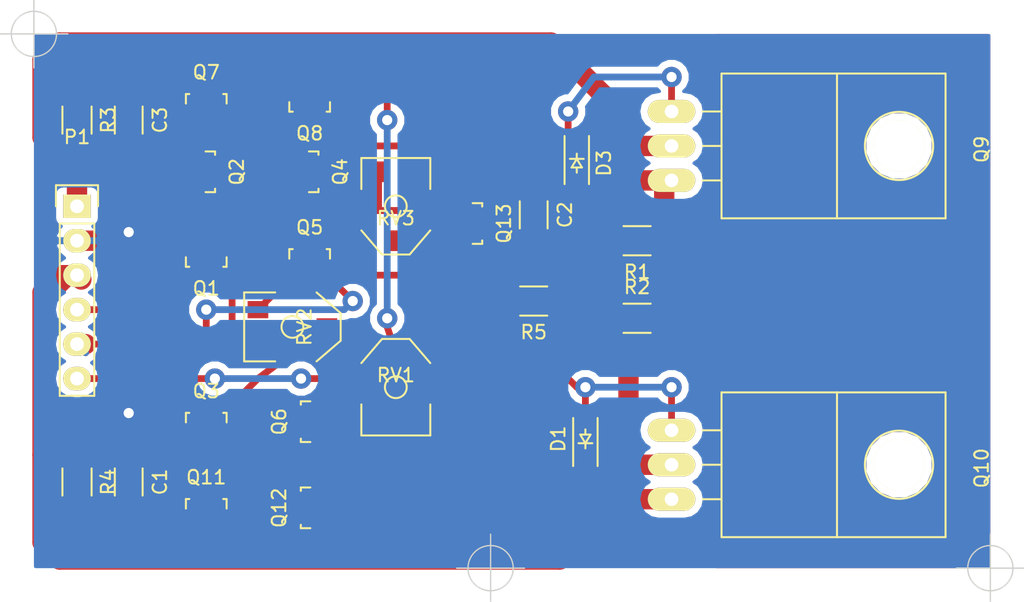
<source format=kicad_pcb>
(kicad_pcb (version 4) (host pcbnew 4.0.4+dfsg1-stable)

  (general
    (links 50)
    (no_connects 0)
    (area 128.945 88.305 204.43 132.675)
    (thickness 1.6)
    (drawings 3)
    (tracks 243)
    (zones 0)
    (modules 27)
    (nets 25)
  )

  (page A4)
  (layers
    (0 F.Cu signal)
    (31 B.Cu signal hide)
    (32 B.Adhes user)
    (33 F.Adhes user)
    (34 B.Paste user)
    (35 F.Paste user)
    (36 B.SilkS user)
    (37 F.SilkS user)
    (38 B.Mask user)
    (39 F.Mask user)
    (40 Dwgs.User user)
    (41 Cmts.User user)
    (42 Eco1.User user)
    (43 Eco2.User user)
    (44 Edge.Cuts user)
    (45 Margin user)
    (46 B.CrtYd user)
    (47 F.CrtYd user)
    (48 B.Fab user)
    (49 F.Fab user)
  )

  (setup
    (last_trace_width 0.5)
    (trace_clearance 0.2)
    (zone_clearance 0.508)
    (zone_45_only no)
    (trace_min 0.2)
    (segment_width 0.2)
    (edge_width 0.1)
    (via_size 1.5)
    (via_drill 0.75)
    (via_min_size 0.4)
    (via_min_drill 0.3)
    (uvia_size 0.3)
    (uvia_drill 0.1)
    (uvias_allowed no)
    (uvia_min_size 0.2)
    (uvia_min_drill 0.1)
    (pcb_text_width 0.3)
    (pcb_text_size 1.5 1.5)
    (mod_edge_width 0.15)
    (mod_text_size 1 1)
    (mod_text_width 0.15)
    (pad_size 1.5 1.5)
    (pad_drill 0.6)
    (pad_to_mask_clearance 0)
    (aux_axis_origin 0 0)
    (visible_elements FFFFEF7F)
    (pcbplotparams
      (layerselection 0x00030_80000001)
      (usegerberextensions false)
      (excludeedgelayer true)
      (linewidth 0.100000)
      (plotframeref false)
      (viasonmask false)
      (mode 1)
      (useauxorigin false)
      (hpglpennumber 1)
      (hpglpenspeed 20)
      (hpglpendiameter 15)
      (hpglpenoverlay 2)
      (psnegative false)
      (psa4output false)
      (plotreference true)
      (plotvalue true)
      (plotinvisibletext false)
      (padsonsilk false)
      (subtractmaskfromsilk false)
      (outputformat 1)
      (mirror false)
      (drillshape 0)
      (scaleselection 1)
      (outputdirectory gerber))
  )

  (net 0 "")
  (net 1 "Net-(P1-Pad4)")
  (net 2 "Net-(Q3-Pad2)")
  (net 3 "Net-(P1-Pad5)")
  (net 4 "Net-(P1-Pad6)")
  (net 5 "Net-(Q1-Pad1)")
  (net 6 "Net-(C1-Pad1)")
  (net 7 "Net-(C1-Pad2)")
  (net 8 "Net-(C2-Pad1)")
  (net 9 "Net-(C2-Pad2)")
  (net 10 "Net-(D1-Pad1)")
  (net 11 "Net-(D3-Pad2)")
  (net 12 "Net-(Q2-Pad1)")
  (net 13 "Net-(Q11-Pad2)")
  (net 14 "Net-(Q3-Pad3)")
  (net 15 "Net-(Q4-Pad1)")
  (net 16 "Net-(Q5-Pad1)")
  (net 17 "Net-(Q12-Pad3)")
  (net 18 "Net-(Q1-Pad3)")
  (net 19 "Net-(Q13-Pad2)")
  (net 20 "Net-(RV1-Pad1)")
  (net 21 "Net-(C3-Pad1)")
  (net 22 +VE)
  (net 23 -VE)
  (net 24 "Net-(R1-Pad2)")

  (net_class Default "This is the default net class."
    (clearance 0.2)
    (trace_width 0.5)
    (via_dia 1.5)
    (via_drill 0.75)
    (uvia_dia 0.3)
    (uvia_drill 0.1)
    (add_net "Net-(C1-Pad2)")
    (add_net "Net-(C2-Pad1)")
    (add_net "Net-(C2-Pad2)")
    (add_net "Net-(C3-Pad1)")
    (add_net "Net-(P1-Pad4)")
    (add_net "Net-(P1-Pad5)")
    (add_net "Net-(P1-Pad6)")
    (add_net "Net-(Q1-Pad1)")
    (add_net "Net-(Q1-Pad3)")
    (add_net "Net-(Q11-Pad2)")
    (add_net "Net-(Q12-Pad3)")
    (add_net "Net-(Q13-Pad2)")
    (add_net "Net-(Q2-Pad1)")
    (add_net "Net-(Q3-Pad2)")
    (add_net "Net-(Q3-Pad3)")
    (add_net "Net-(Q4-Pad1)")
    (add_net "Net-(Q5-Pad1)")
    (add_net "Net-(RV1-Pad1)")
  )

  (net_class power ""
    (clearance 0.5)
    (trace_width 1.5)
    (via_dia 1.5)
    (via_drill 0.75)
    (uvia_dia 0.3)
    (uvia_drill 0.1)
    (add_net +VE)
    (add_net -VE)
    (add_net "Net-(C1-Pad1)")
    (add_net "Net-(D1-Pad1)")
    (add_net "Net-(D3-Pad2)")
    (add_net "Net-(R1-Pad2)")
  )

  (module TO_SOT_Packages_SMD:SOT-23 (layer F.Cu) (tedit 553634F8) (tstamp 57F39771)
    (at 144.145 100.965 270)
    (descr "SOT-23, Standard")
    (tags SOT-23)
    (path /57E1EECB)
    (attr smd)
    (fp_text reference Q2 (at 0 -2.25 270) (layer F.SilkS)
      (effects (font (size 1 1) (thickness 0.15)))
    )
    (fp_text value 2N3906 (at 0 2.3 270) (layer F.Fab)
      (effects (font (size 1 1) (thickness 0.15)))
    )
    (fp_line (start -1.65 -1.6) (end 1.65 -1.6) (layer F.CrtYd) (width 0.05))
    (fp_line (start 1.65 -1.6) (end 1.65 1.6) (layer F.CrtYd) (width 0.05))
    (fp_line (start 1.65 1.6) (end -1.65 1.6) (layer F.CrtYd) (width 0.05))
    (fp_line (start -1.65 1.6) (end -1.65 -1.6) (layer F.CrtYd) (width 0.05))
    (fp_line (start 1.29916 -0.65024) (end 1.2509 -0.65024) (layer F.SilkS) (width 0.15))
    (fp_line (start -1.49982 0.0508) (end -1.49982 -0.65024) (layer F.SilkS) (width 0.15))
    (fp_line (start -1.49982 -0.65024) (end -1.2509 -0.65024) (layer F.SilkS) (width 0.15))
    (fp_line (start 1.29916 -0.65024) (end 1.49982 -0.65024) (layer F.SilkS) (width 0.15))
    (fp_line (start 1.49982 -0.65024) (end 1.49982 0.0508) (layer F.SilkS) (width 0.15))
    (pad 1 smd rect (at -0.95 1.00076 270) (size 0.8001 0.8001) (layers F.Cu F.Paste F.Mask)
      (net 12 "Net-(Q2-Pad1)"))
    (pad 2 smd rect (at 0.95 1.00076 270) (size 0.8001 0.8001) (layers F.Cu F.Paste F.Mask)
      (net 18 "Net-(Q1-Pad3)"))
    (pad 3 smd rect (at 0 -0.99822 270) (size 0.8001 0.8001) (layers F.Cu F.Paste F.Mask)
      (net 18 "Net-(Q1-Pad3)"))
    (model TO_SOT_Packages_SMD.3dshapes/SOT-23.wrl
      (at (xyz 0 0 0))
      (scale (xyz 1 1 1))
      (rotate (xyz 0 0 0))
    )
  )

  (module TO_SOT_Packages_SMD:SOT-23 (layer F.Cu) (tedit 553634F8) (tstamp 57F3976B)
    (at 144.145 107.315 180)
    (descr "SOT-23, Standard")
    (tags SOT-23)
    (path /57E1F378)
    (attr smd)
    (fp_text reference Q1 (at 0 -2.25 180) (layer F.SilkS)
      (effects (font (size 1 1) (thickness 0.15)))
    )
    (fp_text value MOS_N (at 0 2.3 180) (layer F.Fab)
      (effects (font (size 1 1) (thickness 0.15)))
    )
    (fp_line (start -1.65 -1.6) (end 1.65 -1.6) (layer F.CrtYd) (width 0.05))
    (fp_line (start 1.65 -1.6) (end 1.65 1.6) (layer F.CrtYd) (width 0.05))
    (fp_line (start 1.65 1.6) (end -1.65 1.6) (layer F.CrtYd) (width 0.05))
    (fp_line (start -1.65 1.6) (end -1.65 -1.6) (layer F.CrtYd) (width 0.05))
    (fp_line (start 1.29916 -0.65024) (end 1.2509 -0.65024) (layer F.SilkS) (width 0.15))
    (fp_line (start -1.49982 0.0508) (end -1.49982 -0.65024) (layer F.SilkS) (width 0.15))
    (fp_line (start -1.49982 -0.65024) (end -1.2509 -0.65024) (layer F.SilkS) (width 0.15))
    (fp_line (start 1.29916 -0.65024) (end 1.49982 -0.65024) (layer F.SilkS) (width 0.15))
    (fp_line (start 1.49982 -0.65024) (end 1.49982 0.0508) (layer F.SilkS) (width 0.15))
    (pad 1 smd rect (at -0.95 1.00076 180) (size 0.8001 0.8001) (layers F.Cu F.Paste F.Mask)
      (net 5 "Net-(Q1-Pad1)"))
    (pad 2 smd rect (at 0.95 1.00076 180) (size 0.8001 0.8001) (layers F.Cu F.Paste F.Mask)
      (net 1 "Net-(P1-Pad4)"))
    (pad 3 smd rect (at 0 -0.99822 180) (size 0.8001 0.8001) (layers F.Cu F.Paste F.Mask)
      (net 18 "Net-(Q1-Pad3)"))
    (model TO_SOT_Packages_SMD.3dshapes/SOT-23.wrl
      (at (xyz 0 0 0))
      (scale (xyz 1 1 1))
      (rotate (xyz 0 0 0))
    )
  )

  (module TO_SOT_Packages_SMD:SOT-23 (layer F.Cu) (tedit 553634F8) (tstamp 57F397B1)
    (at 144.145 125.73)
    (descr "SOT-23, Standard")
    (tags SOT-23)
    (path /57F40700)
    (attr smd)
    (fp_text reference Q11 (at 0 -2.25) (layer F.SilkS)
      (effects (font (size 1 1) (thickness 0.15)))
    )
    (fp_text value 2N3904 (at 0 2.3) (layer F.Fab)
      (effects (font (size 1 1) (thickness 0.15)))
    )
    (fp_line (start -1.65 -1.6) (end 1.65 -1.6) (layer F.CrtYd) (width 0.05))
    (fp_line (start 1.65 -1.6) (end 1.65 1.6) (layer F.CrtYd) (width 0.05))
    (fp_line (start 1.65 1.6) (end -1.65 1.6) (layer F.CrtYd) (width 0.05))
    (fp_line (start -1.65 1.6) (end -1.65 -1.6) (layer F.CrtYd) (width 0.05))
    (fp_line (start 1.29916 -0.65024) (end 1.2509 -0.65024) (layer F.SilkS) (width 0.15))
    (fp_line (start -1.49982 0.0508) (end -1.49982 -0.65024) (layer F.SilkS) (width 0.15))
    (fp_line (start -1.49982 -0.65024) (end -1.2509 -0.65024) (layer F.SilkS) (width 0.15))
    (fp_line (start 1.29916 -0.65024) (end 1.49982 -0.65024) (layer F.SilkS) (width 0.15))
    (fp_line (start 1.49982 -0.65024) (end 1.49982 0.0508) (layer F.SilkS) (width 0.15))
    (pad 1 smd rect (at -0.95 1.00076) (size 0.8001 0.8001) (layers F.Cu F.Paste F.Mask)
      (net 7 "Net-(C1-Pad2)"))
    (pad 2 smd rect (at 0.95 1.00076) (size 0.8001 0.8001) (layers F.Cu F.Paste F.Mask)
      (net 13 "Net-(Q11-Pad2)"))
    (pad 3 smd rect (at 0 -0.99822) (size 0.8001 0.8001) (layers F.Cu F.Paste F.Mask)
      (net 13 "Net-(Q11-Pad2)"))
    (model TO_SOT_Packages_SMD.3dshapes/SOT-23.wrl
      (at (xyz 0 0 0))
      (scale (xyz 1 1 1))
      (rotate (xyz 0 0 0))
    )
  )

  (module Diodes_SMD:SOD-123 (layer F.Cu) (tedit 5530FCB9) (tstamp 57F3974F)
    (at 172.085 120.65 90)
    (descr SOD-123)
    (tags SOD-123)
    (path /57F57D4D)
    (attr smd)
    (fp_text reference D1 (at 0 -2 90) (layer F.SilkS)
      (effects (font (size 1 1) (thickness 0.15)))
    )
    (fp_text value ZENER (at 0 2.1 90) (layer F.Fab)
      (effects (font (size 1 1) (thickness 0.15)))
    )
    (fp_line (start 0.3175 0) (end 0.6985 0) (layer F.SilkS) (width 0.15))
    (fp_line (start -0.6985 0) (end -0.3175 0) (layer F.SilkS) (width 0.15))
    (fp_line (start -0.3175 0) (end 0.3175 -0.381) (layer F.SilkS) (width 0.15))
    (fp_line (start 0.3175 -0.381) (end 0.3175 0.381) (layer F.SilkS) (width 0.15))
    (fp_line (start 0.3175 0.381) (end -0.3175 0) (layer F.SilkS) (width 0.15))
    (fp_line (start -0.3175 -0.508) (end -0.3175 0.508) (layer F.SilkS) (width 0.15))
    (fp_line (start -2.25 -1.05) (end 2.25 -1.05) (layer F.CrtYd) (width 0.05))
    (fp_line (start 2.25 -1.05) (end 2.25 1.05) (layer F.CrtYd) (width 0.05))
    (fp_line (start 2.25 1.05) (end -2.25 1.05) (layer F.CrtYd) (width 0.05))
    (fp_line (start -2.25 -1.05) (end -2.25 1.05) (layer F.CrtYd) (width 0.05))
    (fp_line (start -2 0.9) (end 1.54 0.9) (layer F.SilkS) (width 0.15))
    (fp_line (start -2 -0.9) (end 1.54 -0.9) (layer F.SilkS) (width 0.15))
    (pad 1 smd rect (at -1.635 0 90) (size 0.91 1.22) (layers F.Cu F.Paste F.Mask)
      (net 10 "Net-(D1-Pad1)"))
    (pad 2 smd rect (at 1.635 0 90) (size 0.91 1.22) (layers F.Cu F.Paste F.Mask)
      (net 9 "Net-(C2-Pad2)"))
  )

  (module Diodes_SMD:SOD-123 (layer F.Cu) (tedit 5530FCB9) (tstamp 57F3975B)
    (at 171.45 100.33 270)
    (descr SOD-123)
    (tags SOD-123)
    (path /57F45187)
    (attr smd)
    (fp_text reference D3 (at 0 -2 270) (layer F.SilkS)
      (effects (font (size 1 1) (thickness 0.15)))
    )
    (fp_text value ZENER (at 0 2.1 270) (layer F.Fab)
      (effects (font (size 1 1) (thickness 0.15)))
    )
    (fp_line (start 0.3175 0) (end 0.6985 0) (layer F.SilkS) (width 0.15))
    (fp_line (start -0.6985 0) (end -0.3175 0) (layer F.SilkS) (width 0.15))
    (fp_line (start -0.3175 0) (end 0.3175 -0.381) (layer F.SilkS) (width 0.15))
    (fp_line (start 0.3175 -0.381) (end 0.3175 0.381) (layer F.SilkS) (width 0.15))
    (fp_line (start 0.3175 0.381) (end -0.3175 0) (layer F.SilkS) (width 0.15))
    (fp_line (start -0.3175 -0.508) (end -0.3175 0.508) (layer F.SilkS) (width 0.15))
    (fp_line (start -2.25 -1.05) (end 2.25 -1.05) (layer F.CrtYd) (width 0.05))
    (fp_line (start 2.25 -1.05) (end 2.25 1.05) (layer F.CrtYd) (width 0.05))
    (fp_line (start 2.25 1.05) (end -2.25 1.05) (layer F.CrtYd) (width 0.05))
    (fp_line (start -2.25 -1.05) (end -2.25 1.05) (layer F.CrtYd) (width 0.05))
    (fp_line (start -2 0.9) (end 1.54 0.9) (layer F.SilkS) (width 0.15))
    (fp_line (start -2 -0.9) (end 1.54 -0.9) (layer F.SilkS) (width 0.15))
    (pad 1 smd rect (at -1.635 0 270) (size 0.91 1.22) (layers F.Cu F.Paste F.Mask)
      (net 8 "Net-(C2-Pad1)"))
    (pad 2 smd rect (at 1.635 0 270) (size 0.91 1.22) (layers F.Cu F.Paste F.Mask)
      (net 11 "Net-(D3-Pad2)"))
  )

  (module TO_SOT_Packages_SMD:SOT-23 (layer F.Cu) (tedit 553634F8) (tstamp 57F39777)
    (at 144.145 119.38)
    (descr "SOT-23, Standard")
    (tags SOT-23)
    (path /57E1F110)
    (attr smd)
    (fp_text reference Q3 (at 0 -2.25) (layer F.SilkS)
      (effects (font (size 1 1) (thickness 0.15)))
    )
    (fp_text value 2N3904 (at 0 2.3) (layer F.Fab)
      (effects (font (size 1 1) (thickness 0.15)))
    )
    (fp_line (start -1.65 -1.6) (end 1.65 -1.6) (layer F.CrtYd) (width 0.05))
    (fp_line (start 1.65 -1.6) (end 1.65 1.6) (layer F.CrtYd) (width 0.05))
    (fp_line (start 1.65 1.6) (end -1.65 1.6) (layer F.CrtYd) (width 0.05))
    (fp_line (start -1.65 1.6) (end -1.65 -1.6) (layer F.CrtYd) (width 0.05))
    (fp_line (start 1.29916 -0.65024) (end 1.2509 -0.65024) (layer F.SilkS) (width 0.15))
    (fp_line (start -1.49982 0.0508) (end -1.49982 -0.65024) (layer F.SilkS) (width 0.15))
    (fp_line (start -1.49982 -0.65024) (end -1.2509 -0.65024) (layer F.SilkS) (width 0.15))
    (fp_line (start 1.29916 -0.65024) (end 1.49982 -0.65024) (layer F.SilkS) (width 0.15))
    (fp_line (start 1.49982 -0.65024) (end 1.49982 0.0508) (layer F.SilkS) (width 0.15))
    (pad 1 smd rect (at -0.95 1.00076) (size 0.8001 0.8001) (layers F.Cu F.Paste F.Mask)
      (net 13 "Net-(Q11-Pad2)"))
    (pad 2 smd rect (at 0.95 1.00076) (size 0.8001 0.8001) (layers F.Cu F.Paste F.Mask)
      (net 2 "Net-(Q3-Pad2)"))
    (pad 3 smd rect (at 0 -0.99822) (size 0.8001 0.8001) (layers F.Cu F.Paste F.Mask)
      (net 14 "Net-(Q3-Pad3)"))
    (model TO_SOT_Packages_SMD.3dshapes/SOT-23.wrl
      (at (xyz 0 0 0))
      (scale (xyz 1 1 1))
      (rotate (xyz 0 0 0))
    )
  )

  (module TO_SOT_Packages_SMD:SOT-23 (layer F.Cu) (tedit 553634F8) (tstamp 57F3977D)
    (at 151.765 100.965 270)
    (descr "SOT-23, Standard")
    (tags SOT-23)
    (path /57E1EE78)
    (attr smd)
    (fp_text reference Q4 (at 0 -2.25 270) (layer F.SilkS)
      (effects (font (size 1 1) (thickness 0.15)))
    )
    (fp_text value 2N3906 (at 0 2.3 270) (layer F.Fab)
      (effects (font (size 1 1) (thickness 0.15)))
    )
    (fp_line (start -1.65 -1.6) (end 1.65 -1.6) (layer F.CrtYd) (width 0.05))
    (fp_line (start 1.65 -1.6) (end 1.65 1.6) (layer F.CrtYd) (width 0.05))
    (fp_line (start 1.65 1.6) (end -1.65 1.6) (layer F.CrtYd) (width 0.05))
    (fp_line (start -1.65 1.6) (end -1.65 -1.6) (layer F.CrtYd) (width 0.05))
    (fp_line (start 1.29916 -0.65024) (end 1.2509 -0.65024) (layer F.SilkS) (width 0.15))
    (fp_line (start -1.49982 0.0508) (end -1.49982 -0.65024) (layer F.SilkS) (width 0.15))
    (fp_line (start -1.49982 -0.65024) (end -1.2509 -0.65024) (layer F.SilkS) (width 0.15))
    (fp_line (start 1.29916 -0.65024) (end 1.49982 -0.65024) (layer F.SilkS) (width 0.15))
    (fp_line (start 1.49982 -0.65024) (end 1.49982 0.0508) (layer F.SilkS) (width 0.15))
    (pad 1 smd rect (at -0.95 1.00076 270) (size 0.8001 0.8001) (layers F.Cu F.Paste F.Mask)
      (net 15 "Net-(Q4-Pad1)"))
    (pad 2 smd rect (at 0.95 1.00076 270) (size 0.8001 0.8001) (layers F.Cu F.Paste F.Mask)
      (net 18 "Net-(Q1-Pad3)"))
    (pad 3 smd rect (at 0 -0.99822 270) (size 0.8001 0.8001) (layers F.Cu F.Paste F.Mask)
      (net 8 "Net-(C2-Pad1)"))
    (model TO_SOT_Packages_SMD.3dshapes/SOT-23.wrl
      (at (xyz 0 0 0))
      (scale (xyz 1 1 1))
      (rotate (xyz 0 0 0))
    )
  )

  (module TO_SOT_Packages_SMD:SOT-23 (layer F.Cu) (tedit 553634F8) (tstamp 57F39783)
    (at 151.765 107.315)
    (descr "SOT-23, Standard")
    (tags SOT-23)
    (path /57E1F215)
    (attr smd)
    (fp_text reference Q5 (at 0 -2.25) (layer F.SilkS)
      (effects (font (size 1 1) (thickness 0.15)))
    )
    (fp_text value MOS_N (at 0 2.3) (layer F.Fab)
      (effects (font (size 1 1) (thickness 0.15)))
    )
    (fp_line (start -1.65 -1.6) (end 1.65 -1.6) (layer F.CrtYd) (width 0.05))
    (fp_line (start 1.65 -1.6) (end 1.65 1.6) (layer F.CrtYd) (width 0.05))
    (fp_line (start 1.65 1.6) (end -1.65 1.6) (layer F.CrtYd) (width 0.05))
    (fp_line (start -1.65 1.6) (end -1.65 -1.6) (layer F.CrtYd) (width 0.05))
    (fp_line (start 1.29916 -0.65024) (end 1.2509 -0.65024) (layer F.SilkS) (width 0.15))
    (fp_line (start -1.49982 0.0508) (end -1.49982 -0.65024) (layer F.SilkS) (width 0.15))
    (fp_line (start -1.49982 -0.65024) (end -1.2509 -0.65024) (layer F.SilkS) (width 0.15))
    (fp_line (start 1.29916 -0.65024) (end 1.49982 -0.65024) (layer F.SilkS) (width 0.15))
    (fp_line (start 1.49982 -0.65024) (end 1.49982 0.0508) (layer F.SilkS) (width 0.15))
    (pad 1 smd rect (at -0.95 1.00076) (size 0.8001 0.8001) (layers F.Cu F.Paste F.Mask)
      (net 16 "Net-(Q5-Pad1)"))
    (pad 2 smd rect (at 0.95 1.00076) (size 0.8001 0.8001) (layers F.Cu F.Paste F.Mask)
      (net 3 "Net-(P1-Pad5)"))
    (pad 3 smd rect (at 0 -0.99822) (size 0.8001 0.8001) (layers F.Cu F.Paste F.Mask)
      (net 9 "Net-(C2-Pad2)"))
    (model TO_SOT_Packages_SMD.3dshapes/SOT-23.wrl
      (at (xyz 0 0 0))
      (scale (xyz 1 1 1))
      (rotate (xyz 0 0 0))
    )
  )

  (module TO_SOT_Packages_SMD:SOT-23 (layer F.Cu) (tedit 553634F8) (tstamp 57F39789)
    (at 151.765 119.38 90)
    (descr "SOT-23, Standard")
    (tags SOT-23)
    (path /57E1F193)
    (attr smd)
    (fp_text reference Q6 (at 0 -2.25 90) (layer F.SilkS)
      (effects (font (size 1 1) (thickness 0.15)))
    )
    (fp_text value 2N3904 (at 0 2.3 90) (layer F.Fab)
      (effects (font (size 1 1) (thickness 0.15)))
    )
    (fp_line (start -1.65 -1.6) (end 1.65 -1.6) (layer F.CrtYd) (width 0.05))
    (fp_line (start 1.65 -1.6) (end 1.65 1.6) (layer F.CrtYd) (width 0.05))
    (fp_line (start 1.65 1.6) (end -1.65 1.6) (layer F.CrtYd) (width 0.05))
    (fp_line (start -1.65 1.6) (end -1.65 -1.6) (layer F.CrtYd) (width 0.05))
    (fp_line (start 1.29916 -0.65024) (end 1.2509 -0.65024) (layer F.SilkS) (width 0.15))
    (fp_line (start -1.49982 0.0508) (end -1.49982 -0.65024) (layer F.SilkS) (width 0.15))
    (fp_line (start -1.49982 -0.65024) (end -1.2509 -0.65024) (layer F.SilkS) (width 0.15))
    (fp_line (start 1.29916 -0.65024) (end 1.49982 -0.65024) (layer F.SilkS) (width 0.15))
    (fp_line (start 1.49982 -0.65024) (end 1.49982 0.0508) (layer F.SilkS) (width 0.15))
    (pad 1 smd rect (at -0.95 1.00076 90) (size 0.8001 0.8001) (layers F.Cu F.Paste F.Mask)
      (net 17 "Net-(Q12-Pad3)"))
    (pad 2 smd rect (at 0.95 1.00076 90) (size 0.8001 0.8001) (layers F.Cu F.Paste F.Mask)
      (net 2 "Net-(Q3-Pad2)"))
    (pad 3 smd rect (at 0 -0.99822 90) (size 0.8001 0.8001) (layers F.Cu F.Paste F.Mask)
      (net 2 "Net-(Q3-Pad2)"))
    (model TO_SOT_Packages_SMD.3dshapes/SOT-23.wrl
      (at (xyz 0 0 0))
      (scale (xyz 1 1 1))
      (rotate (xyz 0 0 0))
    )
  )

  (module TO_SOT_Packages_SMD:SOT-23 (layer F.Cu) (tedit 553634F8) (tstamp 57F39795)
    (at 144.145 95.885)
    (descr "SOT-23, Standard")
    (tags SOT-23)
    (path /57F37E94)
    (attr smd)
    (fp_text reference Q7 (at 0 -2.25) (layer F.SilkS)
      (effects (font (size 1 1) (thickness 0.15)))
    )
    (fp_text value 2N3906 (at 0 2.3) (layer F.Fab)
      (effects (font (size 1 1) (thickness 0.15)))
    )
    (fp_line (start -1.65 -1.6) (end 1.65 -1.6) (layer F.CrtYd) (width 0.05))
    (fp_line (start 1.65 -1.6) (end 1.65 1.6) (layer F.CrtYd) (width 0.05))
    (fp_line (start 1.65 1.6) (end -1.65 1.6) (layer F.CrtYd) (width 0.05))
    (fp_line (start -1.65 1.6) (end -1.65 -1.6) (layer F.CrtYd) (width 0.05))
    (fp_line (start 1.29916 -0.65024) (end 1.2509 -0.65024) (layer F.SilkS) (width 0.15))
    (fp_line (start -1.49982 0.0508) (end -1.49982 -0.65024) (layer F.SilkS) (width 0.15))
    (fp_line (start -1.49982 -0.65024) (end -1.2509 -0.65024) (layer F.SilkS) (width 0.15))
    (fp_line (start 1.29916 -0.65024) (end 1.49982 -0.65024) (layer F.SilkS) (width 0.15))
    (fp_line (start 1.49982 -0.65024) (end 1.49982 0.0508) (layer F.SilkS) (width 0.15))
    (pad 1 smd rect (at -0.95 1.00076) (size 0.8001 0.8001) (layers F.Cu F.Paste F.Mask)
      (net 21 "Net-(C3-Pad1)"))
    (pad 2 smd rect (at 0.95 1.00076) (size 0.8001 0.8001) (layers F.Cu F.Paste F.Mask)
      (net 15 "Net-(Q4-Pad1)"))
    (pad 3 smd rect (at 0 -0.99822) (size 0.8001 0.8001) (layers F.Cu F.Paste F.Mask)
      (net 12 "Net-(Q2-Pad1)"))
    (model TO_SOT_Packages_SMD.3dshapes/SOT-23.wrl
      (at (xyz 0 0 0))
      (scale (xyz 1 1 1))
      (rotate (xyz 0 0 0))
    )
  )

  (module TO_SOT_Packages_SMD:SOT-23 (layer F.Cu) (tedit 553634F8) (tstamp 57F3979C)
    (at 151.765 95.885 180)
    (descr "SOT-23, Standard")
    (tags SOT-23)
    (path /57F37DCA)
    (attr smd)
    (fp_text reference Q8 (at 0 -2.25 180) (layer F.SilkS)
      (effects (font (size 1 1) (thickness 0.15)))
    )
    (fp_text value 2N3906 (at 0 2.3 180) (layer F.Fab)
      (effects (font (size 1 1) (thickness 0.15)))
    )
    (fp_line (start -1.65 -1.6) (end 1.65 -1.6) (layer F.CrtYd) (width 0.05))
    (fp_line (start 1.65 -1.6) (end 1.65 1.6) (layer F.CrtYd) (width 0.05))
    (fp_line (start 1.65 1.6) (end -1.65 1.6) (layer F.CrtYd) (width 0.05))
    (fp_line (start -1.65 1.6) (end -1.65 -1.6) (layer F.CrtYd) (width 0.05))
    (fp_line (start 1.29916 -0.65024) (end 1.2509 -0.65024) (layer F.SilkS) (width 0.15))
    (fp_line (start -1.49982 0.0508) (end -1.49982 -0.65024) (layer F.SilkS) (width 0.15))
    (fp_line (start -1.49982 -0.65024) (end -1.2509 -0.65024) (layer F.SilkS) (width 0.15))
    (fp_line (start 1.29916 -0.65024) (end 1.49982 -0.65024) (layer F.SilkS) (width 0.15))
    (fp_line (start 1.49982 -0.65024) (end 1.49982 0.0508) (layer F.SilkS) (width 0.15))
    (pad 1 smd rect (at -0.95 1.00076 180) (size 0.8001 0.8001) (layers F.Cu F.Paste F.Mask)
      (net 21 "Net-(C3-Pad1)"))
    (pad 2 smd rect (at 0.95 1.00076 180) (size 0.8001 0.8001) (layers F.Cu F.Paste F.Mask)
      (net 15 "Net-(Q4-Pad1)"))
    (pad 3 smd rect (at 0 -0.99822 180) (size 0.8001 0.8001) (layers F.Cu F.Paste F.Mask)
      (net 15 "Net-(Q4-Pad1)"))
    (model TO_SOT_Packages_SMD.3dshapes/SOT-23.wrl
      (at (xyz 0 0 0))
      (scale (xyz 1 1 1))
      (rotate (xyz 0 0 0))
    )
  )

  (module TO_SOT_Packages_SMD:SOT-23 (layer F.Cu) (tedit 553634F8) (tstamp 57F397B8)
    (at 151.765 125.73 90)
    (descr "SOT-23, Standard")
    (tags SOT-23)
    (path /57F407FF)
    (attr smd)
    (fp_text reference Q12 (at 0 -2.25 90) (layer F.SilkS)
      (effects (font (size 1 1) (thickness 0.15)))
    )
    (fp_text value 2N3904 (at 0 2.3 90) (layer F.Fab)
      (effects (font (size 1 1) (thickness 0.15)))
    )
    (fp_line (start -1.65 -1.6) (end 1.65 -1.6) (layer F.CrtYd) (width 0.05))
    (fp_line (start 1.65 -1.6) (end 1.65 1.6) (layer F.CrtYd) (width 0.05))
    (fp_line (start 1.65 1.6) (end -1.65 1.6) (layer F.CrtYd) (width 0.05))
    (fp_line (start -1.65 1.6) (end -1.65 -1.6) (layer F.CrtYd) (width 0.05))
    (fp_line (start 1.29916 -0.65024) (end 1.2509 -0.65024) (layer F.SilkS) (width 0.15))
    (fp_line (start -1.49982 0.0508) (end -1.49982 -0.65024) (layer F.SilkS) (width 0.15))
    (fp_line (start -1.49982 -0.65024) (end -1.2509 -0.65024) (layer F.SilkS) (width 0.15))
    (fp_line (start 1.29916 -0.65024) (end 1.49982 -0.65024) (layer F.SilkS) (width 0.15))
    (fp_line (start 1.49982 -0.65024) (end 1.49982 0.0508) (layer F.SilkS) (width 0.15))
    (pad 1 smd rect (at -0.95 1.00076 90) (size 0.8001 0.8001) (layers F.Cu F.Paste F.Mask)
      (net 7 "Net-(C1-Pad2)"))
    (pad 2 smd rect (at 0.95 1.00076 90) (size 0.8001 0.8001) (layers F.Cu F.Paste F.Mask)
      (net 13 "Net-(Q11-Pad2)"))
    (pad 3 smd rect (at 0 -0.99822 90) (size 0.8001 0.8001) (layers F.Cu F.Paste F.Mask)
      (net 17 "Net-(Q12-Pad3)"))
    (model TO_SOT_Packages_SMD.3dshapes/SOT-23.wrl
      (at (xyz 0 0 0))
      (scale (xyz 1 1 1))
      (rotate (xyz 0 0 0))
    )
  )

  (module Resistors_SMD:R_1206_HandSoldering (layer F.Cu) (tedit 5418A20D) (tstamp 57F397BE)
    (at 175.895 106.045 180)
    (descr "Resistor SMD 1206, hand soldering")
    (tags "resistor 1206")
    (path /57F3A640)
    (attr smd)
    (fp_text reference R1 (at 0 -2.3 180) (layer F.SilkS)
      (effects (font (size 1 1) (thickness 0.15)))
    )
    (fp_text value R (at 0 2.3 180) (layer F.Fab)
      (effects (font (size 1 1) (thickness 0.15)))
    )
    (fp_line (start -3.3 -1.2) (end 3.3 -1.2) (layer F.CrtYd) (width 0.05))
    (fp_line (start -3.3 1.2) (end 3.3 1.2) (layer F.CrtYd) (width 0.05))
    (fp_line (start -3.3 -1.2) (end -3.3 1.2) (layer F.CrtYd) (width 0.05))
    (fp_line (start 3.3 -1.2) (end 3.3 1.2) (layer F.CrtYd) (width 0.05))
    (fp_line (start 1 1.075) (end -1 1.075) (layer F.SilkS) (width 0.15))
    (fp_line (start -1 -1.075) (end 1 -1.075) (layer F.SilkS) (width 0.15))
    (pad 1 smd rect (at -2 0 180) (size 2 1.7) (layers F.Cu F.Paste F.Mask)
      (net 11 "Net-(D3-Pad2)"))
    (pad 2 smd rect (at 2 0 180) (size 2 1.7) (layers F.Cu F.Paste F.Mask)
      (net 24 "Net-(R1-Pad2)"))
    (model Resistors_SMD.3dshapes/R_1206_HandSoldering.wrl
      (at (xyz 0 0 0))
      (scale (xyz 1 1 1))
      (rotate (xyz 0 0 0))
    )
  )

  (module Resistors_SMD:R_1206_HandSoldering (layer F.Cu) (tedit 5418A20D) (tstamp 57F397C4)
    (at 175.895 111.76)
    (descr "Resistor SMD 1206, hand soldering")
    (tags "resistor 1206")
    (path /57F3B6C4)
    (attr smd)
    (fp_text reference R2 (at 0 -2.3) (layer F.SilkS)
      (effects (font (size 1 1) (thickness 0.15)))
    )
    (fp_text value R (at 0 2.3) (layer F.Fab)
      (effects (font (size 1 1) (thickness 0.15)))
    )
    (fp_line (start -3.3 -1.2) (end 3.3 -1.2) (layer F.CrtYd) (width 0.05))
    (fp_line (start -3.3 1.2) (end 3.3 1.2) (layer F.CrtYd) (width 0.05))
    (fp_line (start -3.3 -1.2) (end -3.3 1.2) (layer F.CrtYd) (width 0.05))
    (fp_line (start 3.3 -1.2) (end 3.3 1.2) (layer F.CrtYd) (width 0.05))
    (fp_line (start 1 1.075) (end -1 1.075) (layer F.SilkS) (width 0.15))
    (fp_line (start -1 -1.075) (end 1 -1.075) (layer F.SilkS) (width 0.15))
    (pad 1 smd rect (at -2 0) (size 2 1.7) (layers F.Cu F.Paste F.Mask)
      (net 24 "Net-(R1-Pad2)"))
    (pad 2 smd rect (at 2 0) (size 2 1.7) (layers F.Cu F.Paste F.Mask)
      (net 10 "Net-(D1-Pad1)"))
    (model Resistors_SMD.3dshapes/R_1206_HandSoldering.wrl
      (at (xyz 0 0 0))
      (scale (xyz 1 1 1))
      (rotate (xyz 0 0 0))
    )
  )

  (module Capacitors_SMD:C_1206_HandSoldering (layer F.Cu) (tedit 541A9C03) (tstamp 57F42C0E)
    (at 138.43 123.825 270)
    (descr "Capacitor SMD 1206, hand soldering")
    (tags "capacitor 1206")
    (path /57F41F63)
    (attr smd)
    (fp_text reference C1 (at 0 -2.3 270) (layer F.SilkS)
      (effects (font (size 1 1) (thickness 0.15)))
    )
    (fp_text value C (at 0 2.3 270) (layer F.Fab)
      (effects (font (size 1 1) (thickness 0.15)))
    )
    (fp_line (start -3.3 -1.15) (end 3.3 -1.15) (layer F.CrtYd) (width 0.05))
    (fp_line (start -3.3 1.15) (end 3.3 1.15) (layer F.CrtYd) (width 0.05))
    (fp_line (start -3.3 -1.15) (end -3.3 1.15) (layer F.CrtYd) (width 0.05))
    (fp_line (start 3.3 -1.15) (end 3.3 1.15) (layer F.CrtYd) (width 0.05))
    (fp_line (start 1 -1.025) (end -1 -1.025) (layer F.SilkS) (width 0.15))
    (fp_line (start -1 1.025) (end 1 1.025) (layer F.SilkS) (width 0.15))
    (pad 1 smd rect (at -2 0 270) (size 2 1.6) (layers F.Cu F.Paste F.Mask)
      (net 6 "Net-(C1-Pad1)"))
    (pad 2 smd rect (at 2 0 270) (size 2 1.6) (layers F.Cu F.Paste F.Mask)
      (net 7 "Net-(C1-Pad2)"))
    (model Capacitors_SMD.3dshapes/C_1206_HandSoldering.wrl
      (at (xyz 0 0 0))
      (scale (xyz 1 1 1))
      (rotate (xyz 0 0 0))
    )
  )

  (module Capacitors_SMD:C_1206_HandSoldering (layer F.Cu) (tedit 541A9C03) (tstamp 57F42C13)
    (at 168.275 104.14 270)
    (descr "Capacitor SMD 1206, hand soldering")
    (tags "capacitor 1206")
    (path /57F5546E)
    (attr smd)
    (fp_text reference C2 (at 0 -2.3 270) (layer F.SilkS)
      (effects (font (size 1 1) (thickness 0.15)))
    )
    (fp_text value C (at 0 2.3 270) (layer F.Fab)
      (effects (font (size 1 1) (thickness 0.15)))
    )
    (fp_line (start -3.3 -1.15) (end 3.3 -1.15) (layer F.CrtYd) (width 0.05))
    (fp_line (start -3.3 1.15) (end 3.3 1.15) (layer F.CrtYd) (width 0.05))
    (fp_line (start -3.3 -1.15) (end -3.3 1.15) (layer F.CrtYd) (width 0.05))
    (fp_line (start 3.3 -1.15) (end 3.3 1.15) (layer F.CrtYd) (width 0.05))
    (fp_line (start 1 -1.025) (end -1 -1.025) (layer F.SilkS) (width 0.15))
    (fp_line (start -1 1.025) (end 1 1.025) (layer F.SilkS) (width 0.15))
    (pad 1 smd rect (at -2 0 270) (size 2 1.6) (layers F.Cu F.Paste F.Mask)
      (net 8 "Net-(C2-Pad1)"))
    (pad 2 smd rect (at 2 0 270) (size 2 1.6) (layers F.Cu F.Paste F.Mask)
      (net 9 "Net-(C2-Pad2)"))
    (model Capacitors_SMD.3dshapes/C_1206_HandSoldering.wrl
      (at (xyz 0 0 0))
      (scale (xyz 1 1 1))
      (rotate (xyz 0 0 0))
    )
  )

  (module Capacitors_SMD:C_1206_HandSoldering (layer F.Cu) (tedit 541A9C03) (tstamp 57F42C1D)
    (at 138.43 97.155 270)
    (descr "Capacitor SMD 1206, hand soldering")
    (tags "capacitor 1206")
    (path /57F5D6D4)
    (attr smd)
    (fp_text reference C3 (at 0 -2.3 270) (layer F.SilkS)
      (effects (font (size 1 1) (thickness 0.15)))
    )
    (fp_text value C (at 0 2.3 270) (layer F.Fab)
      (effects (font (size 1 1) (thickness 0.15)))
    )
    (fp_line (start -3.3 -1.15) (end 3.3 -1.15) (layer F.CrtYd) (width 0.05))
    (fp_line (start -3.3 1.15) (end 3.3 1.15) (layer F.CrtYd) (width 0.05))
    (fp_line (start -3.3 -1.15) (end -3.3 1.15) (layer F.CrtYd) (width 0.05))
    (fp_line (start 3.3 -1.15) (end 3.3 1.15) (layer F.CrtYd) (width 0.05))
    (fp_line (start 1 -1.025) (end -1 -1.025) (layer F.SilkS) (width 0.15))
    (fp_line (start -1 1.025) (end 1 1.025) (layer F.SilkS) (width 0.15))
    (pad 1 smd rect (at -2 0 270) (size 2 1.6) (layers F.Cu F.Paste F.Mask)
      (net 21 "Net-(C3-Pad1)"))
    (pad 2 smd rect (at 2 0 270) (size 2 1.6) (layers F.Cu F.Paste F.Mask)
      (net 6 "Net-(C1-Pad1)"))
    (model Capacitors_SMD.3dshapes/C_1206_HandSoldering.wrl
      (at (xyz 0 0 0))
      (scale (xyz 1 1 1))
      (rotate (xyz 0 0 0))
    )
  )

  (module Pin_Headers:Pin_Header_Straight_1x06 (layer F.Cu) (tedit 0) (tstamp 57F42C1E)
    (at 134.62 103.505)
    (descr "Through hole pin header")
    (tags "pin header")
    (path /57E2197C)
    (fp_text reference P1 (at 0 -5.1) (layer F.SilkS)
      (effects (font (size 1 1) (thickness 0.15)))
    )
    (fp_text value CONN_01X06 (at 0 -3.1) (layer F.Fab)
      (effects (font (size 1 1) (thickness 0.15)))
    )
    (fp_line (start -1.75 -1.75) (end -1.75 14.45) (layer F.CrtYd) (width 0.05))
    (fp_line (start 1.75 -1.75) (end 1.75 14.45) (layer F.CrtYd) (width 0.05))
    (fp_line (start -1.75 -1.75) (end 1.75 -1.75) (layer F.CrtYd) (width 0.05))
    (fp_line (start -1.75 14.45) (end 1.75 14.45) (layer F.CrtYd) (width 0.05))
    (fp_line (start 1.27 1.27) (end 1.27 13.97) (layer F.SilkS) (width 0.15))
    (fp_line (start 1.27 13.97) (end -1.27 13.97) (layer F.SilkS) (width 0.15))
    (fp_line (start -1.27 13.97) (end -1.27 1.27) (layer F.SilkS) (width 0.15))
    (fp_line (start 1.55 -1.55) (end 1.55 0) (layer F.SilkS) (width 0.15))
    (fp_line (start 1.27 1.27) (end -1.27 1.27) (layer F.SilkS) (width 0.15))
    (fp_line (start -1.55 0) (end -1.55 -1.55) (layer F.SilkS) (width 0.15))
    (fp_line (start -1.55 -1.55) (end 1.55 -1.55) (layer F.SilkS) (width 0.15))
    (pad 1 thru_hole rect (at 0 0) (size 2.032 1.7272) (drill 1.016) (layers *.Cu *.Mask F.SilkS)
      (net 22 +VE))
    (pad 2 thru_hole oval (at 0 2.54) (size 2.032 1.7272) (drill 1.016) (layers *.Cu *.Mask F.SilkS)
      (net 6 "Net-(C1-Pad1)"))
    (pad 3 thru_hole oval (at 0 5.08) (size 2.032 1.7272) (drill 1.016) (layers *.Cu *.Mask F.SilkS)
      (net 23 -VE))
    (pad 4 thru_hole oval (at 0 7.62) (size 2.032 1.7272) (drill 1.016) (layers *.Cu *.Mask F.SilkS)
      (net 1 "Net-(P1-Pad4)"))
    (pad 5 thru_hole oval (at 0 10.16) (size 2.032 1.7272) (drill 1.016) (layers *.Cu *.Mask F.SilkS)
      (net 3 "Net-(P1-Pad5)"))
    (pad 6 thru_hole oval (at 0 12.7) (size 2.032 1.7272) (drill 1.016) (layers *.Cu *.Mask F.SilkS)
      (net 4 "Net-(P1-Pad6)"))
    (model Pin_Headers.3dshapes/Pin_Header_Straight_1x06.wrl
      (at (xyz 0 -0.25 0))
      (scale (xyz 1 1 1))
      (rotate (xyz 0 0 90))
    )
  )

  (module TO_SOT_Packages_SMD:SOT-23 (layer F.Cu) (tedit 553634F8) (tstamp 57F42C2D)
    (at 163.83 104.775 270)
    (descr "SOT-23, Standard")
    (tags SOT-23)
    (path /57F49BAF)
    (attr smd)
    (fp_text reference Q13 (at 0 -2.25 270) (layer F.SilkS)
      (effects (font (size 1 1) (thickness 0.15)))
    )
    (fp_text value 2N3904 (at 0 2.3 270) (layer F.Fab)
      (effects (font (size 1 1) (thickness 0.15)))
    )
    (fp_line (start -1.65 -1.6) (end 1.65 -1.6) (layer F.CrtYd) (width 0.05))
    (fp_line (start 1.65 -1.6) (end 1.65 1.6) (layer F.CrtYd) (width 0.05))
    (fp_line (start 1.65 1.6) (end -1.65 1.6) (layer F.CrtYd) (width 0.05))
    (fp_line (start -1.65 1.6) (end -1.65 -1.6) (layer F.CrtYd) (width 0.05))
    (fp_line (start 1.29916 -0.65024) (end 1.2509 -0.65024) (layer F.SilkS) (width 0.15))
    (fp_line (start -1.49982 0.0508) (end -1.49982 -0.65024) (layer F.SilkS) (width 0.15))
    (fp_line (start -1.49982 -0.65024) (end -1.2509 -0.65024) (layer F.SilkS) (width 0.15))
    (fp_line (start 1.29916 -0.65024) (end 1.49982 -0.65024) (layer F.SilkS) (width 0.15))
    (fp_line (start 1.49982 -0.65024) (end 1.49982 0.0508) (layer F.SilkS) (width 0.15))
    (pad 1 smd rect (at -0.95 1.00076 270) (size 0.8001 0.8001) (layers F.Cu F.Paste F.Mask)
      (net 9 "Net-(C2-Pad2)"))
    (pad 2 smd rect (at 0.95 1.00076 270) (size 0.8001 0.8001) (layers F.Cu F.Paste F.Mask)
      (net 19 "Net-(Q13-Pad2)"))
    (pad 3 smd rect (at 0 -0.99822 270) (size 0.8001 0.8001) (layers F.Cu F.Paste F.Mask)
      (net 8 "Net-(C2-Pad1)"))
    (model TO_SOT_Packages_SMD.3dshapes/SOT-23.wrl
      (at (xyz 0 0 0))
      (scale (xyz 1 1 1))
      (rotate (xyz 0 0 0))
    )
  )

  (module Resistors_SMD:R_1206_HandSoldering (layer F.Cu) (tedit 5418A20D) (tstamp 57F46D76)
    (at 134.62 97.155 270)
    (descr "Resistor SMD 1206, hand soldering")
    (tags "resistor 1206")
    (path /57F62B8A)
    (attr smd)
    (fp_text reference R3 (at 0 -2.3 270) (layer F.SilkS)
      (effects (font (size 1 1) (thickness 0.15)))
    )
    (fp_text value R (at 0 2.3 270) (layer F.Fab)
      (effects (font (size 1 1) (thickness 0.15)))
    )
    (fp_line (start -3.3 -1.2) (end 3.3 -1.2) (layer F.CrtYd) (width 0.05))
    (fp_line (start -3.3 1.2) (end 3.3 1.2) (layer F.CrtYd) (width 0.05))
    (fp_line (start -3.3 -1.2) (end -3.3 1.2) (layer F.CrtYd) (width 0.05))
    (fp_line (start 3.3 -1.2) (end 3.3 1.2) (layer F.CrtYd) (width 0.05))
    (fp_line (start 1 1.075) (end -1 1.075) (layer F.SilkS) (width 0.15))
    (fp_line (start -1 -1.075) (end 1 -1.075) (layer F.SilkS) (width 0.15))
    (pad 1 smd rect (at -2 0 270) (size 2 1.7) (layers F.Cu F.Paste F.Mask)
      (net 21 "Net-(C3-Pad1)"))
    (pad 2 smd rect (at 2 0 270) (size 2 1.7) (layers F.Cu F.Paste F.Mask)
      (net 22 +VE))
    (model Resistors_SMD.3dshapes/R_1206_HandSoldering.wrl
      (at (xyz 0 0 0))
      (scale (xyz 1 1 1))
      (rotate (xyz 0 0 0))
    )
  )

  (module Resistors_SMD:R_1206_HandSoldering (layer F.Cu) (tedit 5418A20D) (tstamp 57F46D7C)
    (at 134.62 123.825 270)
    (descr "Resistor SMD 1206, hand soldering")
    (tags "resistor 1206")
    (path /57F68323)
    (attr smd)
    (fp_text reference R4 (at 0 -2.3 270) (layer F.SilkS)
      (effects (font (size 1 1) (thickness 0.15)))
    )
    (fp_text value R (at 0 2.3 270) (layer F.Fab)
      (effects (font (size 1 1) (thickness 0.15)))
    )
    (fp_line (start -3.3 -1.2) (end 3.3 -1.2) (layer F.CrtYd) (width 0.05))
    (fp_line (start -3.3 1.2) (end 3.3 1.2) (layer F.CrtYd) (width 0.05))
    (fp_line (start -3.3 -1.2) (end -3.3 1.2) (layer F.CrtYd) (width 0.05))
    (fp_line (start 3.3 -1.2) (end 3.3 1.2) (layer F.CrtYd) (width 0.05))
    (fp_line (start 1 1.075) (end -1 1.075) (layer F.SilkS) (width 0.15))
    (fp_line (start -1 -1.075) (end 1 -1.075) (layer F.SilkS) (width 0.15))
    (pad 1 smd rect (at -2 0 270) (size 2 1.7) (layers F.Cu F.Paste F.Mask)
      (net 23 -VE))
    (pad 2 smd rect (at 2 0 270) (size 2 1.7) (layers F.Cu F.Paste F.Mask)
      (net 7 "Net-(C1-Pad2)"))
    (model Resistors_SMD.3dshapes/R_1206_HandSoldering.wrl
      (at (xyz 0 0 0))
      (scale (xyz 1 1 1))
      (rotate (xyz 0 0 0))
    )
  )

  (module Resistors_SMD:R_1206_HandSoldering (layer F.Cu) (tedit 5418A20D) (tstamp 57F46D82)
    (at 168.275 110.49 180)
    (descr "Resistor SMD 1206, hand soldering")
    (tags "resistor 1206")
    (path /57F67AFB)
    (attr smd)
    (fp_text reference R5 (at 0 -2.3 180) (layer F.SilkS)
      (effects (font (size 1 1) (thickness 0.15)))
    )
    (fp_text value R (at 0 2.3 180) (layer F.Fab)
      (effects (font (size 1 1) (thickness 0.15)))
    )
    (fp_line (start -3.3 -1.2) (end 3.3 -1.2) (layer F.CrtYd) (width 0.05))
    (fp_line (start -3.3 1.2) (end 3.3 1.2) (layer F.CrtYd) (width 0.05))
    (fp_line (start -3.3 -1.2) (end -3.3 1.2) (layer F.CrtYd) (width 0.05))
    (fp_line (start 3.3 -1.2) (end 3.3 1.2) (layer F.CrtYd) (width 0.05))
    (fp_line (start 1 1.075) (end -1 1.075) (layer F.SilkS) (width 0.15))
    (fp_line (start -1 -1.075) (end 1 -1.075) (layer F.SilkS) (width 0.15))
    (pad 1 smd rect (at -2 0 180) (size 2 1.7) (layers F.Cu F.Paste F.Mask)
      (net 24 "Net-(R1-Pad2)"))
    (pad 2 smd rect (at 2 0 180) (size 2 1.7) (layers F.Cu F.Paste F.Mask)
      (net 4 "Net-(P1-Pad6)"))
    (model Resistors_SMD.3dshapes/R_1206_HandSoldering.wrl
      (at (xyz 0 0 0))
      (scale (xyz 1 1 1))
      (rotate (xyz 0 0 0))
    )
  )

  (module TO_SOT_Packages_THT:TO-220_Neutral123_Horizontal_LargePads (layer F.Cu) (tedit 0) (tstamp 57F6005D)
    (at 178.435 99.06 270)
    (descr "TO-220, Neutral, Horizontal, Large Pads,")
    (tags "TO-220, Neutral, Horizontal, Large Pads,")
    (path /57F3A132)
    (fp_text reference Q9 (at 0.24892 -22.84984 270) (layer F.SilkS)
      (effects (font (size 1 1) (thickness 0.15)))
    )
    (fp_text value IRF540N (at -0.20066 4.24942 270) (layer F.Fab)
      (effects (font (size 1 1) (thickness 0.15)))
    )
    (fp_line (start -2.54 -3.683) (end -2.54 -2.286) (layer F.SilkS) (width 0.15))
    (fp_line (start 0 -3.683) (end 0 -2.286) (layer F.SilkS) (width 0.15))
    (fp_line (start 2.54 -3.683) (end 2.54 -2.286) (layer F.SilkS) (width 0.15))
    (fp_circle (center 0 -16.764) (end 1.778 -14.986) (layer F.SilkS) (width 0.15))
    (fp_line (start 5.334 -12.192) (end 5.334 -20.193) (layer F.SilkS) (width 0.15))
    (fp_line (start 5.334 -20.193) (end -5.334 -20.193) (layer F.SilkS) (width 0.15))
    (fp_line (start -5.334 -20.193) (end -5.334 -12.192) (layer F.SilkS) (width 0.15))
    (fp_line (start 5.334 -3.683) (end 5.334 -12.192) (layer F.SilkS) (width 0.15))
    (fp_line (start 5.334 -12.192) (end -5.334 -12.192) (layer F.SilkS) (width 0.15))
    (fp_line (start -5.334 -12.192) (end -5.334 -3.683) (layer F.SilkS) (width 0.15))
    (fp_line (start 0 -3.683) (end -5.334 -3.683) (layer F.SilkS) (width 0.15))
    (fp_line (start 0 -3.683) (end 5.334 -3.683) (layer F.SilkS) (width 0.15))
    (pad 2 thru_hole oval (at 0 0) (size 3.50012 1.69926) (drill 1.00076) (layers *.Cu *.Mask F.SilkS)
      (net 22 +VE))
    (pad 1 thru_hole oval (at -2.54 0) (size 3.50012 1.69926) (drill 1.00076) (layers *.Cu *.Mask F.SilkS)
      (net 8 "Net-(C2-Pad1)"))
    (pad 3 thru_hole oval (at 2.54 0) (size 3.50012 1.69926) (drill 1.00076) (layers *.Cu *.Mask F.SilkS)
      (net 11 "Net-(D3-Pad2)"))
    (pad "" np_thru_hole circle (at 0 -16.764) (size 3.79984 3.79984) (drill 3.79984) (layers *.Cu *.Mask F.SilkS))
    (model TO_SOT_Packages_THT.3dshapes/TO-220_Neutral123_Horizontal_LargePads.wrl
      (at (xyz 0 0 0))
      (scale (xyz 0.3937 0.3937 0.3937))
      (rotate (xyz 0 0 0))
    )
  )

  (module TO_SOT_Packages_THT:TO-220_Neutral123_Horizontal_LargePads (layer F.Cu) (tedit 0) (tstamp 57F60064)
    (at 178.435 122.555 270)
    (descr "TO-220, Neutral, Horizontal, Large Pads,")
    (tags "TO-220, Neutral, Horizontal, Large Pads,")
    (path /57F3B5FB)
    (fp_text reference Q10 (at 0.24892 -22.84984 270) (layer F.SilkS)
      (effects (font (size 1 1) (thickness 0.15)))
    )
    (fp_text value IRF9540N (at -0.20066 4.24942 270) (layer F.Fab)
      (effects (font (size 1 1) (thickness 0.15)))
    )
    (fp_line (start -2.54 -3.683) (end -2.54 -2.286) (layer F.SilkS) (width 0.15))
    (fp_line (start 0 -3.683) (end 0 -2.286) (layer F.SilkS) (width 0.15))
    (fp_line (start 2.54 -3.683) (end 2.54 -2.286) (layer F.SilkS) (width 0.15))
    (fp_circle (center 0 -16.764) (end 1.778 -14.986) (layer F.SilkS) (width 0.15))
    (fp_line (start 5.334 -12.192) (end 5.334 -20.193) (layer F.SilkS) (width 0.15))
    (fp_line (start 5.334 -20.193) (end -5.334 -20.193) (layer F.SilkS) (width 0.15))
    (fp_line (start -5.334 -20.193) (end -5.334 -12.192) (layer F.SilkS) (width 0.15))
    (fp_line (start 5.334 -3.683) (end 5.334 -12.192) (layer F.SilkS) (width 0.15))
    (fp_line (start 5.334 -12.192) (end -5.334 -12.192) (layer F.SilkS) (width 0.15))
    (fp_line (start -5.334 -12.192) (end -5.334 -3.683) (layer F.SilkS) (width 0.15))
    (fp_line (start 0 -3.683) (end -5.334 -3.683) (layer F.SilkS) (width 0.15))
    (fp_line (start 0 -3.683) (end 5.334 -3.683) (layer F.SilkS) (width 0.15))
    (pad 2 thru_hole oval (at 0 0) (size 3.50012 1.69926) (drill 1.00076) (layers *.Cu *.Mask F.SilkS)
      (net 10 "Net-(D1-Pad1)"))
    (pad 1 thru_hole oval (at -2.54 0) (size 3.50012 1.69926) (drill 1.00076) (layers *.Cu *.Mask F.SilkS)
      (net 9 "Net-(C2-Pad2)"))
    (pad 3 thru_hole oval (at 2.54 0) (size 3.50012 1.69926) (drill 1.00076) (layers *.Cu *.Mask F.SilkS)
      (net 23 -VE))
    (pad "" np_thru_hole circle (at 0 -16.764) (size 3.79984 3.79984) (drill 3.79984) (layers *.Cu *.Mask F.SilkS))
    (model TO_SOT_Packages_THT.3dshapes/TO-220_Neutral123_Horizontal_LargePads.wrl
      (at (xyz 0 0 0))
      (scale (xyz 0.3937 0.3937 0.3937))
      (rotate (xyz 0 0 0))
    )
  )

  (module SMD_Packages:POT_SMD (layer F.Cu) (tedit 0) (tstamp 57F6006B)
    (at 158.115 116.84)
    (descr "module CMS Potentiometre")
    (tags "CMS POT")
    (path /57E22A2E)
    (attr smd)
    (fp_text reference RV1 (at 0 -0.88646) (layer F.SilkS)
      (effects (font (size 1 1) (thickness 0.15)))
    )
    (fp_text value POT (at 0 0.635) (layer F.Fab)
      (effects (font (size 1 1) (thickness 0.15)))
    )
    (fp_line (start -2.54 1.27) (end -2.54 3.556) (layer F.SilkS) (width 0.15))
    (fp_line (start -2.54 3.556) (end 2.54 3.556) (layer F.SilkS) (width 0.15))
    (fp_line (start 2.54 3.556) (end 2.54 1.27) (layer F.SilkS) (width 0.15))
    (fp_line (start -2.54 -1.778) (end -1.016 -3.556) (layer F.SilkS) (width 0.15))
    (fp_line (start -1.016 -3.556) (end 1.016 -3.556) (layer F.SilkS) (width 0.15))
    (fp_line (start 1.016 -3.556) (end 2.54 -1.778) (layer F.SilkS) (width 0.15))
    (fp_circle (center 0 0) (end 0.254 -0.762) (layer F.SilkS) (width 0.15))
    (pad 1 smd rect (at -1.27 2.54) (size 1.27 1.524) (layers F.Cu F.Paste F.Mask)
      (net 20 "Net-(RV1-Pad1)"))
    (pad 2 smd rect (at 0 -2.54) (size 1.27 1.524) (layers F.Cu F.Paste F.Mask)
      (net 21 "Net-(C3-Pad1)"))
    (pad 3 smd rect (at 1.27 2.54) (size 1.27 1.524) (layers F.Cu F.Paste F.Mask)
      (net 2 "Net-(Q3-Pad2)"))
  )

  (module SMD_Packages:POT_SMD (layer F.Cu) (tedit 0) (tstamp 57F60071)
    (at 150.495 112.395 270)
    (descr "module CMS Potentiometre")
    (tags "CMS POT")
    (path /57F3D259)
    (attr smd)
    (fp_text reference RV2 (at 0 -0.88646 270) (layer F.SilkS)
      (effects (font (size 1 1) (thickness 0.15)))
    )
    (fp_text value POT (at 0 0.635 270) (layer F.Fab)
      (effects (font (size 1 1) (thickness 0.15)))
    )
    (fp_line (start -2.54 1.27) (end -2.54 3.556) (layer F.SilkS) (width 0.15))
    (fp_line (start -2.54 3.556) (end 2.54 3.556) (layer F.SilkS) (width 0.15))
    (fp_line (start 2.54 3.556) (end 2.54 1.27) (layer F.SilkS) (width 0.15))
    (fp_line (start -2.54 -1.778) (end -1.016 -3.556) (layer F.SilkS) (width 0.15))
    (fp_line (start -1.016 -3.556) (end 1.016 -3.556) (layer F.SilkS) (width 0.15))
    (fp_line (start 1.016 -3.556) (end 2.54 -1.778) (layer F.SilkS) (width 0.15))
    (fp_circle (center 0 0) (end 0.254 -0.762) (layer F.SilkS) (width 0.15))
    (pad 1 smd rect (at -1.27 2.54 270) (size 1.27 1.524) (layers F.Cu F.Paste F.Mask)
      (net 16 "Net-(Q5-Pad1)"))
    (pad 2 smd rect (at 0 -2.54 270) (size 1.27 1.524) (layers F.Cu F.Paste F.Mask)
      (net 14 "Net-(Q3-Pad3)"))
    (pad 3 smd rect (at 1.27 2.54 270) (size 1.27 1.524) (layers F.Cu F.Paste F.Mask)
      (net 5 "Net-(Q1-Pad1)"))
  )

  (module SMD_Packages:POT_SMD (layer F.Cu) (tedit 0) (tstamp 57F60077)
    (at 158.115 103.505 180)
    (descr "module CMS Potentiometre")
    (tags "CMS POT")
    (path /57F49C2B)
    (attr smd)
    (fp_text reference RV3 (at 0 -0.88646 180) (layer F.SilkS)
      (effects (font (size 1 1) (thickness 0.15)))
    )
    (fp_text value POT (at 0 0.635 180) (layer F.Fab)
      (effects (font (size 1 1) (thickness 0.15)))
    )
    (fp_line (start -2.54 1.27) (end -2.54 3.556) (layer F.SilkS) (width 0.15))
    (fp_line (start -2.54 3.556) (end 2.54 3.556) (layer F.SilkS) (width 0.15))
    (fp_line (start 2.54 3.556) (end 2.54 1.27) (layer F.SilkS) (width 0.15))
    (fp_line (start -2.54 -1.778) (end -1.016 -3.556) (layer F.SilkS) (width 0.15))
    (fp_line (start -1.016 -3.556) (end 1.016 -3.556) (layer F.SilkS) (width 0.15))
    (fp_line (start 1.016 -3.556) (end 2.54 -1.778) (layer F.SilkS) (width 0.15))
    (fp_circle (center 0 0) (end 0.254 -0.762) (layer F.SilkS) (width 0.15))
    (pad 1 smd rect (at -1.27 2.54 180) (size 1.27 1.524) (layers F.Cu F.Paste F.Mask)
      (net 8 "Net-(C2-Pad1)"))
    (pad 2 smd rect (at 0 -2.54 180) (size 1.27 1.524) (layers F.Cu F.Paste F.Mask)
      (net 19 "Net-(Q13-Pad2)"))
    (pad 3 smd rect (at 1.27 2.54 180) (size 1.27 1.524) (layers F.Cu F.Paste F.Mask)
      (net 9 "Net-(C2-Pad2)"))
  )

  (target plus (at 165.1 130.175) (size 5) (width 0.1) (layer Edge.Cuts))
  (target plus (at 201.93 130.175) (size 5) (width 0.1) (layer Edge.Cuts))
  (target plus (at 131.445 90.805) (size 5) (width 0.1) (layer Edge.Cuts))

  (segment (start 143.195 106.31424) (end 143.195 106.36) (width 0.5) (layer F.Cu) (net 1) (status 30))
  (segment (start 143.195 106.36) (end 141.605 107.95) (width 0.5) (layer F.Cu) (net 1) (tstamp 57F443E3) (status 10))
  (segment (start 140.97 111.125) (end 134.62 111.125) (width 0.5) (layer F.Cu) (net 1) (tstamp 57F443E9) (status 20))
  (segment (start 141.605 110.49) (end 140.97 111.125) (width 0.5) (layer F.Cu) (net 1) (tstamp 57F443E8))
  (segment (start 141.605 107.95) (end 141.605 110.49) (width 0.5) (layer F.Cu) (net 1) (tstamp 57F443E5))
  (segment (start 159.385 119.38) (end 159.385 118.745) (width 0.5) (layer F.Cu) (net 2) (status 30))
  (segment (start 159.385 118.745) (end 158.115 117.475) (width 0.5) (layer F.Cu) (net 2) (tstamp 57F6337D) (status 10))
  (segment (start 153.72076 117.475) (end 152.76576 118.43) (width 0.5) (layer F.Cu) (net 2) (tstamp 57F60D93) (status 20))
  (segment (start 158.115 117.475) (end 153.72076 117.475) (width 0.5) (layer F.Cu) (net 2) (tstamp 57F63384))
  (segment (start 153.08076 118.745) (end 152.76576 118.43) (width 0.5) (layer F.Cu) (net 2) (tstamp 57F47DCA) (status 30))
  (segment (start 152.76576 118.43) (end 152.76576 118.47576) (width 0.5) (layer F.Cu) (net 2) (status 30))
  (segment (start 153.08576 118.11) (end 152.76576 118.43) (width 0.5) (layer F.Cu) (net 2) (tstamp 57F4604D) (status 30))
  (segment (start 152.76576 118.43) (end 151.45 118.43) (width 0.5) (layer F.Cu) (net 2) (status 10))
  (segment (start 151.45 118.43) (end 150.76678 119.11322) (width 0.5) (layer F.Cu) (net 2) (tstamp 57F4441E) (status 20))
  (segment (start 150.76678 119.11322) (end 150.76678 119.38) (width 0.5) (layer F.Cu) (net 2) (tstamp 57F44420) (status 30))
  (segment (start 153.08576 118.11) (end 152.76576 118.43) (width 0.5) (layer F.Cu) (net 2) (tstamp 57F44404) (status 30))
  (segment (start 153.08576 118.11) (end 152.76576 118.43) (width 0.5) (layer F.Cu) (net 2) (tstamp 57F43E12) (status 30))
  (segment (start 145.095 120.38076) (end 149.76602 120.38076) (width 0.5) (layer F.Cu) (net 2) (status 10))
  (segment (start 149.76602 120.38076) (end 150.76678 119.38) (width 0.5) (layer F.Cu) (net 2) (tstamp 57F43722) (status 20))
  (segment (start 152.715 108.31576) (end 152.76576 108.31576) (width 0.5) (layer F.Cu) (net 3) (status 30))
  (segment (start 152.76576 108.31576) (end 154.94 110.49) (width 0.5) (layer F.Cu) (net 3) (tstamp 57F60226) (status 10))
  (segment (start 144.145 113.03) (end 143.51 113.665) (width 0.5) (layer F.Cu) (net 3) (tstamp 57F60233))
  (segment (start 144.145 111.125) (end 144.145 113.03) (width 0.5) (layer F.Cu) (net 3) (tstamp 57F60232))
  (via (at 144.145 111.125) (size 1.5) (drill 0.75) (layers F.Cu B.Cu) (net 3))
  (segment (start 154.305 111.125) (end 144.145 111.125) (width 0.5) (layer B.Cu) (net 3) (tstamp 57F6022C))
  (segment (start 154.94 110.49) (end 154.305 111.125) (width 0.5) (layer B.Cu) (net 3) (tstamp 57F6022B))
  (via (at 154.94 110.49) (size 1.5) (drill 0.75) (layers F.Cu B.Cu) (net 3))
  (segment (start 143.51 113.665) (end 142.875 113.665) (width 0.5) (layer F.Cu) (net 3) (tstamp 57F60238))
  (segment (start 143.51 113.665) (end 142.875 113.665) (width 0.5) (layer F.Cu) (net 3))
  (segment (start 142.875 113.665) (end 134.62 113.665) (width 0.5) (layer F.Cu) (net 3) (tstamp 57F6023E) (status 20))
  (segment (start 135.255 114.3) (end 135.255 113.665) (width 0.5) (layer F.Cu) (net 3) (tstamp 57F43CF9) (status 30))
  (segment (start 135.255 113.665) (end 134.62 113.665) (width 1.5) (layer F.Cu) (net 3) (tstamp 57F43CFD) (status 30))
  (segment (start 135.255 114.3) (end 134.62 113.665) (width 0.5) (layer B.Cu) (net 3) (tstamp 57E22351) (status 30))
  (segment (start 151.13 116.205) (end 163.83 116.205) (width 0.5) (layer F.Cu) (net 4))
  (segment (start 166.37 113.665) (end 166.37 110.585) (width 0.5) (layer F.Cu) (net 4) (tstamp 57F632D4) (status 20))
  (segment (start 163.83 116.205) (end 166.37 113.665) (width 0.5) (layer F.Cu) (net 4) (tstamp 57F632D3))
  (segment (start 166.37 110.585) (end 166.275 110.49) (width 0.5) (layer F.Cu) (net 4) (tstamp 57F632DA) (status 30))
  (segment (start 144.78 116.205) (end 134.62 116.205) (width 0.5) (layer F.Cu) (net 4) (tstamp 57F60665) (status 20))
  (via (at 144.78 116.205) (size 1.5) (drill 0.75) (layers F.Cu B.Cu) (net 4))
  (segment (start 151.13 116.205) (end 144.78 116.205) (width 0.5) (layer B.Cu) (net 4) (tstamp 57F60660))
  (via (at 151.13 116.205) (size 1.5) (drill 0.75) (layers F.Cu B.Cu) (net 4))
  (segment (start 134.62 116.84) (end 134.62 116.205) (width 0.5) (layer F.Cu) (net 4) (tstamp 57F4420D) (status 30))
  (segment (start 135.255 116.205) (end 134.62 116.205) (width 0.5) (layer B.Cu) (net 4) (tstamp 57E22380) (status 30))
  (segment (start 147.955 113.665) (end 146.685 113.665) (width 0.5) (layer F.Cu) (net 5) (status 10))
  (segment (start 146.05 107.26924) (end 145.095 106.31424) (width 0.5) (layer F.Cu) (net 5) (tstamp 57F60217) (status 20))
  (segment (start 146.05 113.03) (end 146.05 107.26924) (width 0.5) (layer F.Cu) (net 5) (tstamp 57F60216))
  (segment (start 146.685 113.665) (end 146.05 113.03) (width 0.5) (layer F.Cu) (net 5) (tstamp 57F60213))
  (segment (start 145.095 106.31424) (end 145.095 106.36) (width 0.5) (layer F.Cu) (net 5) (status 30))
  (segment (start 138.43 99.155) (end 138.43 105.41) (width 1.5) (layer F.Cu) (net 6) (status 10))
  (segment (start 137.795 106.045) (end 138.43 105.41) (width 1.5) (layer F.Cu) (net 6) (tstamp 57F48090))
  (via (at 138.43 105.41) (size 1.5) (drill 0.75) (layers F.Cu B.Cu) (net 6))
  (segment (start 137.795 106.045) (end 134.62 106.045) (width 1.5) (layer F.Cu) (net 6) (status 20))
  (segment (start 138.43 121.825) (end 138.43 118.745) (width 0.5) (layer F.Cu) (net 6) (status 10))
  (via (at 138.43 118.745) (size 1.5) (drill 0.75) (layers F.Cu B.Cu) (net 6))
  (segment (start 143.51 127.635) (end 140.24 127.635) (width 0.5) (layer F.Cu) (net 7))
  (segment (start 140.24 127.635) (end 138.43 125.825) (width 0.5) (layer F.Cu) (net 7) (tstamp 57F6325E) (status 20))
  (segment (start 143.195 126.73076) (end 143.195 127.32) (width 0.5) (layer F.Cu) (net 7) (status 10))
  (segment (start 152.76576 127.26924) (end 152.76576 126.68) (width 0.5) (layer F.Cu) (net 7) (tstamp 57F46F6B) (status 20))
  (segment (start 152.4 127.635) (end 152.76576 127.26924) (width 0.5) (layer F.Cu) (net 7) (tstamp 57F46F6A))
  (segment (start 143.51 127.635) (end 152.4 127.635) (width 0.5) (layer F.Cu) (net 7) (tstamp 57F46F67))
  (segment (start 143.195 127.32) (end 143.51 127.635) (width 0.5) (layer F.Cu) (net 7) (tstamp 57F46F66))
  (segment (start 134.62 125.825) (end 138.43 125.825) (width 0.5) (layer F.Cu) (net 7) (status 30))
  (segment (start 170.815 96.52) (end 170.815 98.06) (width 0.5) (layer F.Cu) (net 8))
  (via (at 178.435 93.98) (size 1.5) (drill 0.75) (layers F.Cu B.Cu) (net 8))
  (segment (start 172.72 93.98) (end 178.435 93.98) (width 0.5) (layer B.Cu) (net 8) (tstamp 57F608E2))
  (segment (start 170.815 96.52) (end 172.72 93.98) (width 0.5) (layer B.Cu) (net 8) (tstamp 57F608E1))
  (via (at 170.815 96.52) (size 1.5) (drill 0.75) (layers F.Cu B.Cu) (net 8))
  (segment (start 178.435 96.52) (end 178.435 93.98) (width 0.5) (layer F.Cu) (net 8) (status 10))
  (segment (start 170.815 98.06) (end 171.45 98.695) (width 0.5) (layer F.Cu) (net 8) (tstamp 57F60D38) (status 20))
  (segment (start 171.45 98.695) (end 171.085 98.695) (width 0.5) (layer F.Cu) (net 8) (status 30))
  (segment (start 178.860662 96.094338) (end 178.435 96.52) (width 0.5) (layer F.Cu) (net 8) (tstamp 57F607A3) (status 30))
  (segment (start 168.275 99.06) (end 171.085 99.06) (width 0.5) (layer F.Cu) (net 8) (status 20))
  (segment (start 171.085 99.06) (end 171.45 98.695) (width 0.5) (layer F.Cu) (net 8) (tstamp 57F6040D) (status 30))
  (segment (start 159.385 100.965) (end 159.385 99.06) (width 0.5) (layer F.Cu) (net 8) (status 10))
  (segment (start 164.82822 104.775) (end 164.82822 99.06) (width 0.5) (layer F.Cu) (net 8) (status 10))
  (segment (start 164.82822 99.06) (end 165.1 99.06) (width 0.5) (layer F.Cu) (net 8) (tstamp 57F480F6))
  (segment (start 165.1 99.06) (end 159.385 99.06) (width 0.5) (layer F.Cu) (net 8))
  (segment (start 159.385 99.06) (end 153.67 99.06) (width 0.5) (layer F.Cu) (net 8) (tstamp 57F60119))
  (segment (start 153.035 99.695) (end 153.035 100.69322) (width 0.5) (layer F.Cu) (net 8) (tstamp 57F47D3B) (status 20))
  (segment (start 153.67 99.06) (end 153.035 99.695) (width 0.5) (layer F.Cu) (net 8) (tstamp 57F47D3A))
  (segment (start 153.035 100.69322) (end 152.76322 100.965) (width 0.5) (layer F.Cu) (net 8) (tstamp 57F47D3C) (status 30))
  (segment (start 171.085 99.06) (end 170.815 98.695) (width 0.5) (layer F.Cu) (net 8) (tstamp 57F47823) (status 10))
  (segment (start 168.275 102.14) (end 168.275 99.06) (width 0.5) (layer F.Cu) (net 8) (status 10))
  (segment (start 165.1 105.04678) (end 164.82822 104.775) (width 0.5) (layer F.Cu) (net 8) (tstamp 57F44F0C) (status 30))
  (segment (start 168.18 102.235) (end 168.275 102.14) (width 0.5) (layer F.Cu) (net 8) (tstamp 57F44E26) (status 30))
  (segment (start 165.1 99.06) (end 168.275 99.06) (width 0.5) (layer F.Cu) (net 8) (tstamp 57F480F9))
  (segment (start 171.45 98.425) (end 170.815 98.695) (width 0.5) (layer F.Cu) (net 8) (tstamp 57F44CCC) (status 10))
  (segment (start 153.035 100.69322) (end 152.76322 100.965) (width 0.5) (layer F.Cu) (net 8) (tstamp 57F44A84) (status 30))
  (segment (start 153.035 100.965) (end 152.76322 100.965) (width 0.5) (layer F.Cu) (net 8) (tstamp 57F43BD2) (status 30))
  (segment (start 171.45 99.06) (end 170.815 98.695) (width 0.5) (layer F.Cu) (net 8) (tstamp 57F43B90) (status 10))
  (segment (start 168.275 107.95) (end 168.275 113.665) (width 0.5) (layer F.Cu) (net 9))
  (segment (start 171.45 116.84) (end 172.085 116.84) (width 0.5) (layer F.Cu) (net 9) (tstamp 57F63398))
  (segment (start 168.275 113.665) (end 171.45 116.84) (width 0.5) (layer F.Cu) (net 9) (tstamp 57F63396))
  (segment (start 162.82924 103.825) (end 156.845 103.825) (width 0.5) (layer F.Cu) (net 9) (status 10))
  (segment (start 156.845 103.825) (end 156.845 100.965) (width 0.5) (layer F.Cu) (net 9) (status 20))
  (segment (start 162.82924 103.825) (end 154.62 103.825) (width 0.5) (layer F.Cu) (net 9) (status 10))
  (segment (start 154.62 103.825) (end 154.305 104.14) (width 0.5) (layer F.Cu) (net 9) (tstamp 57F6321E))
  (segment (start 172.085 119.015) (end 172.085 116.84) (width 0.5) (layer F.Cu) (net 9) (status 10))
  (segment (start 178.435 116.84) (end 178.435 120.015) (width 0.5) (layer F.Cu) (net 9) (tstamp 57F60775) (status 20))
  (via (at 172.085 116.84) (size 1.5) (drill 0.75) (layers F.Cu B.Cu) (net 9))
  (segment (start 172.085 116.84) (end 178.435 116.84) (width 0.5) (layer B.Cu) (net 9) (tstamp 57F60770))
  (via (at 178.435 116.84) (size 1.5) (drill 0.75) (layers F.Cu B.Cu) (net 9))
  (segment (start 156.845 100.965) (end 156.845 101.6) (width 0.5) (layer F.Cu) (net 9) (status 30))
  (segment (start 154.305 104.14) (end 154.305 106.68) (width 0.5) (layer F.Cu) (net 9) (tstamp 57F60124))
  (segment (start 154.305 107.95) (end 154.305 106.68) (width 0.5) (layer F.Cu) (net 9))
  (segment (start 154.94 108.585) (end 154.305 107.95) (width 0.5) (layer F.Cu) (net 9) (tstamp 57F47D54))
  (segment (start 168.275 108.585) (end 154.94 108.585) (width 0.5) (layer F.Cu) (net 9))
  (segment (start 153.67 106.045) (end 152.03678 106.045) (width 0.5) (layer F.Cu) (net 9) (tstamp 57F47D6C) (status 20))
  (segment (start 154.305 106.68) (end 153.67 106.045) (width 0.5) (layer F.Cu) (net 9) (tstamp 57F47D6A))
  (segment (start 152.03678 106.045) (end 151.765 106.31678) (width 0.5) (layer F.Cu) (net 9) (tstamp 57F47B44) (status 30))
  (segment (start 168.275 107.95) (end 168.275 108.585) (width 0.5) (layer F.Cu) (net 9) (tstamp 57F60814))
  (segment (start 171.815 118.745) (end 172.114601 119.309189) (width 0.5) (layer F.Cu) (net 9) (tstamp 57F473B8) (status 30))
  (segment (start 172.085 119.38) (end 172.114601 119.309189) (width 0.5) (layer F.Cu) (net 9) (tstamp 57F472D5) (status 30))
  (segment (start 178.435 120.015) (end 177.8 120.015) (width 0.5) (layer F.Cu) (net 9) (status 30))
  (segment (start 168.275 106.14) (end 168.275 107.95) (width 0.5) (layer F.Cu) (net 9) (status 10))
  (segment (start 162.82924 103.825) (end 162.88 103.825) (width 0.5) (layer F.Cu) (net 9) (status 30))
  (segment (start 152.12822 106.31678) (end 151.765 106.31678) (width 0.5) (layer F.Cu) (net 9) (tstamp 57F45093) (status 30))
  (segment (start 168.275 106.14) (end 168.18 106.14) (width 0.5) (layer F.Cu) (net 9) (status 30))
  (segment (start 168.275 106.68) (end 168.275 106.14) (width 0.5) (layer F.Cu) (net 9) (tstamp 57F4505F) (status 30))
  (segment (start 168.815 106.68) (end 168.275 106.14) (width 0.5) (layer F.Cu) (net 9) (tstamp 57F44F22) (status 30))
  (segment (start 167.735 106.14) (end 168.275 106.14) (width 0.5) (layer F.Cu) (net 9) (tstamp 57F44F18) (status 30))
  (segment (start 175.26 122.555) (end 172.355 122.555) (width 1.5) (layer F.Cu) (net 10) (status 20))
  (segment (start 172.355 122.555) (end 172.085 122.285) (width 1.5) (layer F.Cu) (net 10) (tstamp 57F60CC3) (status 30))
  (segment (start 175.26 122.555) (end 175.26 115.57) (width 1.5) (layer F.Cu) (net 10))
  (segment (start 177.895 112.935) (end 177.895 111.76) (width 1.5) (layer F.Cu) (net 10) (tstamp 57F607FC) (status 20))
  (segment (start 175.26 115.57) (end 177.895 112.935) (width 1.5) (layer F.Cu) (net 10) (tstamp 57F607FB))
  (segment (start 177.8 111.665) (end 177.895 111.76) (width 1.5) (layer F.Cu) (net 10) (tstamp 57F6058C) (status 30))
  (segment (start 178.435 122.555) (end 175.26 122.555) (width 1.5) (layer F.Cu) (net 10) (status 10))
  (segment (start 172.45 121.92) (end 172.085 122.285) (width 0.5) (layer F.Cu) (net 10) (tstamp 57F4744E) (status 30))
  (segment (start 177.895 111.76) (end 177.895 111.855) (width 0.5) (layer F.Cu) (net 10) (status 30))
  (segment (start 178.435 122.555) (end 179.07 122.555) (width 0.5) (layer F.Cu) (net 10) (status 30))
  (segment (start 177.8 111.855) (end 177.895 111.76) (width 0.5) (layer F.Cu) (net 10) (tstamp 57F43F35) (status 30))
  (segment (start 172.45 122.285) (end 172.085 122.285) (width 0.5) (layer F.Cu) (net 10) (tstamp 57F43B4B) (status 30))
  (segment (start 177.895 106.045) (end 177.895 102.14) (width 1.5) (layer F.Cu) (net 11) (status 30))
  (segment (start 177.895 102.14) (end 178.435 101.6) (width 1.5) (layer F.Cu) (net 11) (tstamp 57F607FF) (status 30))
  (segment (start 178.435 101.6) (end 171.815 101.6) (width 1.5) (layer F.Cu) (net 11) (status 30))
  (segment (start 171.815 101.6) (end 171.45 101.965) (width 1.5) (layer F.Cu) (net 11) (tstamp 57F477E2) (status 30))
  (segment (start 177.8 106.423956) (end 177.895 106.045) (width 1.5) (layer F.Cu) (net 11) (tstamp 57F477E8) (status 30))
  (segment (start 171.45 101.965) (end 177.07 101.965) (width 0.5) (layer F.Cu) (net 11) (status 30))
  (segment (start 177.07 101.965) (end 177.435 101.6) (width 0.5) (layer F.Cu) (net 11) (tstamp 57F47113) (status 30))
  (segment (start 178.435 101.6) (end 177.435 101.6) (width 0.5) (layer F.Cu) (net 11) (status 30))
  (segment (start 177.8 106.14) (end 177.895 106.045) (width 1.5) (layer F.Cu) (net 11) (tstamp 57F45DB5) (status 30))
  (segment (start 178.435 101.6) (end 179.07 101.6) (width 0.5) (layer F.Cu) (net 11) (status 30))
  (segment (start 171.815 102.33) (end 171.45 101.965) (width 0.5) (layer F.Cu) (net 11) (tstamp 57F43B26) (status 30))
  (segment (start 144.145 94.88678) (end 144.145 99.06) (width 0.5) (layer F.Cu) (net 12) (status 10))
  (segment (start 144.145 99.06) (end 143.19 100.015) (width 0.5) (layer F.Cu) (net 12) (tstamp 57F63203) (status 20))
  (segment (start 143.19 100.015) (end 143.14424 100.015) (width 0.5) (layer F.Cu) (net 12) (tstamp 57F63204) (status 30))
  (segment (start 143.51 99.695) (end 143.14424 100.015) (width 0.5) (layer F.Cu) (net 12) (tstamp 57F43A0D) (status 30))
  (segment (start 152.76576 124.78) (end 152.76576 124.82576) (width 0.5) (layer F.Cu) (net 13) (status 30))
  (segment (start 151.765 123.825) (end 144.145 123.825) (width 0.5) (layer F.Cu) (net 13) (tstamp 57F43D7E))
  (segment (start 152.76576 124.82576) (end 151.765 123.825) (width 0.5) (layer F.Cu) (net 13) (tstamp 57F43D7C) (status 10))
  (segment (start 144.145 124.73178) (end 144.145 123.825) (width 0.5) (layer F.Cu) (net 13) (status 10))
  (segment (start 143.195 122.875) (end 143.195 120.38076) (width 0.5) (layer F.Cu) (net 13) (tstamp 57F438A1) (status 20))
  (segment (start 144.145 123.825) (end 143.195 122.875) (width 0.5) (layer F.Cu) (net 13) (tstamp 57F4389B))
  (segment (start 145.095 126.73076) (end 145.095 126.31678) (width 0.5) (layer F.Cu) (net 13) (status 10))
  (segment (start 145.095 126.31678) (end 144.145 124.73178) (width 0.5) (layer F.Cu) (net 13) (tstamp 57F43895) (status 20))
  (segment (start 144.145 118.38178) (end 145.77822 118.38178) (width 0.5) (layer F.Cu) (net 14) (status 10))
  (segment (start 147.955 116.205) (end 153.035 112.395) (width 0.5) (layer F.Cu) (net 14) (tstamp 57F43CD7) (status 20))
  (segment (start 145.77822 118.38178) (end 147.955 116.205) (width 0.5) (layer F.Cu) (net 14) (tstamp 57F43CD6))
  (segment (start 150.76424 100.015) (end 150.76424 94.935) (width 0.5) (layer F.Cu) (net 15) (status 30))
  (segment (start 150.76424 94.935) (end 150.815 94.88424) (width 0.5) (layer F.Cu) (net 15) (tstamp 57F44A98) (status 30))
  (segment (start 151.765 96.88322) (end 145.09754 96.88322) (width 0.5) (layer F.Cu) (net 15) (status 30))
  (segment (start 145.09754 96.88322) (end 145.095 96.88576) (width 0.5) (layer F.Cu) (net 15) (tstamp 57F449CF) (status 30))
  (segment (start 150.815 94.88424) (end 150.815 95.93322) (width 0.5) (layer F.Cu) (net 15) (status 10))
  (segment (start 150.815 95.93322) (end 151.765 96.88322) (width 0.5) (layer F.Cu) (net 15) (tstamp 57F449C3) (status 20))
  (segment (start 151.76246 96.88576) (end 151.765 96.88322) (width 0.5) (layer F.Cu) (net 15) (tstamp 57F43A10) (status 30))
  (segment (start 151.13 99.695) (end 150.76424 100.015) (width 0.5) (layer F.Cu) (net 15) (tstamp 57F4395F) (status 30))
  (segment (start 150.815 108.31576) (end 150.76424 108.31576) (width 0.5) (layer F.Cu) (net 16) (status 30))
  (segment (start 150.76424 108.31576) (end 147.955 111.125) (width 0.5) (layer F.Cu) (net 16) (tstamp 57F6020F) (status 30))
  (segment (start 150.76678 125.73) (end 153.67 125.73) (width 0.5) (layer F.Cu) (net 17) (status 10))
  (segment (start 154.305 121.92) (end 152.76576 120.38076) (width 0.5) (layer F.Cu) (net 17) (tstamp 57F46F77) (status 20))
  (segment (start 154.305 125.095) (end 154.305 121.92) (width 0.5) (layer F.Cu) (net 17) (tstamp 57F46F76))
  (segment (start 153.67 125.73) (end 154.305 125.095) (width 0.5) (layer F.Cu) (net 17) (tstamp 57F46F75))
  (segment (start 152.76576 120.38076) (end 152.76576 120.33) (width 0.5) (layer F.Cu) (net 17) (tstamp 57F46F79) (status 30))
  (segment (start 153.035 120.015) (end 152.76576 120.33) (width 0.5) (layer F.Cu) (net 17) (tstamp 57F43D78) (status 30))
  (segment (start 150.76424 125.73254) (end 150.76678 125.73) (width 0.5) (layer F.Cu) (net 17) (tstamp 57F4375A) (status 30))
  (segment (start 144.78 101.915) (end 144.78 101.32822) (width 0.5) (layer F.Cu) (net 18) (status 800000))
  (segment (start 144.78 101.32822) (end 145.14322 100.965) (width 0.5) (layer F.Cu) (net 18) (tstamp 57F76B77) (status C00000))
  (segment (start 144.145 101.915) (end 144.78 101.915) (width 0.5) (layer F.Cu) (net 18) (status 20))
  (segment (start 144.78 101.915) (end 150.76424 101.915) (width 0.5) (layer F.Cu) (net 18) (tstamp 57F76B75) (status 20))
  (segment (start 143.14424 101.915) (end 144.145 101.915) (width 0.5) (layer F.Cu) (net 18) (status 10))
  (segment (start 144.145 101.915) (end 144.145 108.31322) (width 0.5) (layer F.Cu) (net 18) (tstamp 57F76B4B) (status 20))
  (segment (start 158.115 106.045) (end 162.50924 106.045) (width 0.5) (layer F.Cu) (net 19) (status 30))
  (segment (start 162.50924 106.045) (end 162.82924 105.725) (width 0.5) (layer F.Cu) (net 19) (tstamp 57F452AB) (status 30))
  (segment (start 158.435 105.725) (end 158.115 106.045) (width 0.5) (layer F.Cu) (net 19) (tstamp 57F4521F) (status 30))
  (segment (start 157.48 111.76) (end 157.48 112.395) (width 0.5) (layer F.Cu) (net 21))
  (segment (start 157.48 112.395) (end 158.115 114.3) (width 0.5) (layer F.Cu) (net 21) (tstamp 57F6330B) (status 20))
  (segment (start 157.48 93.98) (end 156.845 93.345) (width 0.5) (layer F.Cu) (net 21))
  (segment (start 143.195 96.88576) (end 143.195 96.84) (width 0.5) (layer F.Cu) (net 21) (status 30))
  (segment (start 143.195 96.84) (end 142.24 95.885) (width 0.5) (layer F.Cu) (net 21) (tstamp 57F6324D) (status 10))
  (segment (start 142.24 95.885) (end 142.24 93.345) (width 0.5) (layer F.Cu) (net 21) (tstamp 57F6324F))
  (segment (start 156.845 93.345) (end 152.4 93.345) (width 0.5) (layer F.Cu) (net 21) (tstamp 57F63305))
  (via (at 157.48 111.76) (size 1.5) (drill 0.75) (layers F.Cu B.Cu) (net 21))
  (segment (start 157.48 111.76) (end 157.48 97.155) (width 0.5) (layer B.Cu) (net 21) (tstamp 57F47A8D))
  (via (at 157.48 97.155) (size 1.5) (drill 0.75) (layers F.Cu B.Cu) (net 21))
  (segment (start 157.48 97.155) (end 157.48 93.98) (width 0.5) (layer F.Cu) (net 21) (tstamp 57F47A94))
  (segment (start 152.715 94.88424) (end 152.715 93.345) (width 0.5) (layer F.Cu) (net 21) (status 10))
  (segment (start 152.715 93.345) (end 152.4 93.345) (width 0.5) (layer F.Cu) (net 21) (tstamp 57F47217))
  (segment (start 152.4 93.345) (end 142.24 93.345) (width 0.5) (layer F.Cu) (net 21) (tstamp 57F47A9D))
  (segment (start 142.24 93.345) (end 140.335 93.345) (width 0.5) (layer F.Cu) (net 21) (tstamp 57F63254))
  (segment (start 138.525 95.155) (end 140.335 93.345) (width 0.5) (layer F.Cu) (net 21) (tstamp 57F46FD2) (status 10))
  (segment (start 138.43 95.155) (end 138.525 95.155) (width 0.5) (layer F.Cu) (net 21) (status 30))
  (segment (start 134.62 95.155) (end 138.43 95.155) (width 0.5) (layer F.Cu) (net 21) (status 30))
  (segment (start 138.87348 95.155) (end 138.43 95.155) (width 1.5) (layer F.Cu) (net 21) (tstamp 57F4573B) (status 30))
  (segment (start 158.115 114.3) (end 158.115 113.665) (width 0.5) (layer F.Cu) (net 21) (status 30))
  (segment (start 138.43 95.155) (end 139.16 95.155) (width 1.5) (layer F.Cu) (net 21) (status 30))
  (segment (start 138.43 95.155) (end 138.43 94.615) (width 1.5) (layer F.Cu) (net 21) (status 30))
  (segment (start 175.26 99.06) (end 173.355 97.155) (width 1.5) (layer F.Cu) (net 22))
  (segment (start 169.545 91.44) (end 133.35 91.44) (width 1.5) (layer F.Cu) (net 22) (tstamp 57F60D13))
  (segment (start 173.355 95.25) (end 169.545 91.44) (width 1.5) (layer F.Cu) (net 22) (tstamp 57F60D11))
  (segment (start 173.355 97.155) (end 173.355 95.25) (width 1.5) (layer F.Cu) (net 22) (tstamp 57F60D0E))
  (segment (start 132.08 92.71) (end 133.35 91.44) (width 1.5) (layer F.Cu) (net 22) (tstamp 57F47673))
  (segment (start 175.26 99.06) (end 178.435 99.06) (width 1.5) (layer F.Cu) (net 22) (status 20))
  (segment (start 134.62 99.155) (end 134.62 103.505) (width 1.5) (layer F.Cu) (net 22) (status 30))
  (segment (start 132.08 92.71) (end 132.08 98.425) (width 1.5) (layer F.Cu) (net 22) (tstamp 57F47676))
  (segment (start 132.08 98.425) (end 132.81 99.155) (width 1.5) (layer F.Cu) (net 22) (tstamp 57F47677))
  (segment (start 132.81 99.155) (end 134.62 99.155) (width 1.5) (layer F.Cu) (net 22) (tstamp 57F47679) (status 20))
  (segment (start 134.62 99.155) (end 133.445 99.155) (width 0.5) (layer F.Cu) (net 22) (status 10))
  (segment (start 132.08 97.79) (end 132.08 92.71) (width 0.5) (layer F.Cu) (net 22) (tstamp 57F47077))
  (segment (start 133.445 99.155) (end 132.08 97.79) (width 0.5) (layer F.Cu) (net 22) (tstamp 57F47075))
  (segment (start 170.18 129.54) (end 133.35 129.54) (width 1.5) (layer F.Cu) (net 23))
  (segment (start 178.435 125.095) (end 174.625 125.095) (width 1.5) (layer F.Cu) (net 23) (status 10))
  (segment (start 174.625 125.095) (end 170.18 129.54) (width 1.5) (layer F.Cu) (net 23) (tstamp 57F60A29))
  (segment (start 134.62 121.825) (end 132.08 121.825) (width 1.5) (layer F.Cu) (net 23) (status 10))
  (segment (start 133.35 129.54) (end 132.08 128.27) (width 1.5) (layer F.Cu) (net 23) (tstamp 57F47692))
  (segment (start 132.08 128.27) (end 132.08 121.825) (width 1.5) (layer F.Cu) (net 23) (tstamp 57F47697))
  (segment (start 132.08 121.825) (end 132.08 109.855) (width 1.5) (layer F.Cu) (net 23) (tstamp 57F47699))
  (segment (start 133.35 108.585) (end 134.62 108.585) (width 1.5) (layer F.Cu) (net 23) (tstamp 57F4769D) (status 20))
  (segment (start 132.08 109.855) (end 133.35 108.585) (width 1.5) (layer F.Cu) (net 23) (tstamp 57F4769B))
  (segment (start 132.08 121.825) (end 132.08 121.92) (width 0.5) (layer F.Cu) (net 23) (tstamp 57F47139))
  (segment (start 133.35 129.54) (end 132.08 128.27) (width 0.5) (layer F.Cu) (net 23) (tstamp 57F4705A))
  (segment (start 132.08 128.27) (end 132.08 121.92) (width 0.5) (layer F.Cu) (net 23) (tstamp 57F4705B))
  (segment (start 132.08 121.92) (end 132.08 111.125) (width 0.5) (layer F.Cu) (net 23) (tstamp 57F4713D))
  (segment (start 134.62 108.585) (end 132.08 111.125) (width 0.5) (layer F.Cu) (net 23) (status 10))
  (segment (start 134.62 108.585) (end 133.985 108.585) (width 1.5) (layer F.Cu) (net 23) (status 30))
  (segment (start 134.94 108.905) (end 134.62 108.585) (width 1.5) (layer F.Cu) (net 23) (tstamp 57D8C1F4) (status 30))
  (segment (start 170.275 110.49) (end 173.895 110.49) (width 1.5) (layer F.Cu) (net 24) (status 10))
  (segment (start 173.895 106.045) (end 173.895 110.49) (width 1.5) (layer F.Cu) (net 24) (status 10))
  (segment (start 173.895 110.49) (end 173.895 111.76) (width 1.5) (layer F.Cu) (net 24) (tstamp 57F60F5E) (status 20))
  (segment (start 173.895 106.045) (end 173.895 105.6) (width 1.5) (layer F.Cu) (net 24) (status 30))
  (segment (start 173.895 111.76) (end 173.45 111.125) (width 0.5) (layer F.Cu) (net 24) (status 30))
  (segment (start 173.895 106.045) (end 173.8 106.14) (width 0.5) (layer F.Cu) (net 24) (tstamp 57F470E1) (status 30))
  (segment (start 174.625 112.49) (end 173.895 111.76) (width 0.5) (layer F.Cu) (net 24) (tstamp 57F43B3F) (status 30))

  (zone (net 6) (net_name "Net-(C1-Pad1)") (layer B.Cu) (tstamp 57F444F9) (hatch edge 0.508)
    (connect_pads (clearance 0.508))
    (min_thickness 0.254)
    (fill yes (arc_segments 16) (thermal_gap 0.508) (thermal_bridge_width 0.508))
    (polygon
      (pts
        (xy 132.715 90.805) (xy 201.93 90.805) (xy 201.93 130.175) (xy 131.445 130.175) (xy 131.445 90.805)
      )
    )
    (filled_polygon
      (pts
        (xy 201.803 130.048) (xy 131.572 130.048) (xy 131.572 120.015) (xy 176.003214 120.015) (xy 176.116225 120.583143)
        (xy 176.438052 121.064792) (xy 176.767617 121.285) (xy 176.438052 121.505208) (xy 176.116225 121.986857) (xy 176.003214 122.555)
        (xy 176.116225 123.123143) (xy 176.438052 123.604792) (xy 176.767617 123.825) (xy 176.438052 124.045208) (xy 176.116225 124.526857)
        (xy 176.003214 125.095) (xy 176.116225 125.663143) (xy 176.438052 126.144792) (xy 176.919701 126.466619) (xy 177.487844 126.57963)
        (xy 179.382156 126.57963) (xy 179.950299 126.466619) (xy 180.431948 126.144792) (xy 180.753775 125.663143) (xy 180.866786 125.095)
        (xy 180.753775 124.526857) (xy 180.431948 124.045208) (xy 180.102383 123.825) (xy 180.431948 123.604792) (xy 180.753775 123.123143)
        (xy 180.766928 123.057015) (xy 192.663641 123.057015) (xy 193.048746 123.989041) (xy 193.761208 124.702748) (xy 194.692561 125.089479)
        (xy 195.701015 125.090359) (xy 196.633041 124.705254) (xy 197.346748 123.992792) (xy 197.733479 123.061439) (xy 197.734359 122.052985)
        (xy 197.349254 121.120959) (xy 196.636792 120.407252) (xy 195.705439 120.020521) (xy 194.696985 120.019641) (xy 193.764959 120.404746)
        (xy 193.051252 121.117208) (xy 192.664521 122.048561) (xy 192.663641 123.057015) (xy 180.766928 123.057015) (xy 180.866786 122.555)
        (xy 180.753775 121.986857) (xy 180.431948 121.505208) (xy 180.102383 121.285) (xy 180.431948 121.064792) (xy 180.753775 120.583143)
        (xy 180.866786 120.015) (xy 180.753775 119.446857) (xy 180.431948 118.965208) (xy 179.950299 118.643381) (xy 179.382156 118.53037)
        (xy 177.487844 118.53037) (xy 176.919701 118.643381) (xy 176.438052 118.965208) (xy 176.116225 119.446857) (xy 176.003214 120.015)
        (xy 131.572 120.015) (xy 131.572 108.585) (xy 132.936655 108.585) (xy 133.050729 109.158489) (xy 133.375585 109.64467)
        (xy 133.690366 109.855) (xy 133.375585 110.06533) (xy 133.050729 110.551511) (xy 132.936655 111.125) (xy 133.050729 111.698489)
        (xy 133.375585 112.18467) (xy 133.690366 112.395) (xy 133.375585 112.60533) (xy 133.050729 113.091511) (xy 132.936655 113.665)
        (xy 133.050729 114.238489) (xy 133.375585 114.72467) (xy 133.690366 114.935) (xy 133.375585 115.14533) (xy 133.050729 115.631511)
        (xy 132.936655 116.205) (xy 133.050729 116.778489) (xy 133.375585 117.26467) (xy 133.861766 117.589526) (xy 134.435255 117.7036)
        (xy 134.804745 117.7036) (xy 135.378234 117.589526) (xy 135.864415 117.26467) (xy 136.189271 116.778489) (xy 136.248786 116.479285)
        (xy 143.39476 116.479285) (xy 143.605169 116.988515) (xy 143.994436 117.378461) (xy 144.503298 117.589759) (xy 145.054285 117.59024)
        (xy 145.563515 117.379831) (xy 145.853852 117.09) (xy 150.056477 117.09) (xy 150.344436 117.378461) (xy 150.853298 117.589759)
        (xy 151.404285 117.59024) (xy 151.913515 117.379831) (xy 152.179524 117.114285) (xy 170.69976 117.114285) (xy 170.910169 117.623515)
        (xy 171.299436 118.013461) (xy 171.808298 118.224759) (xy 172.359285 118.22524) (xy 172.868515 118.014831) (xy 173.158852 117.725)
        (xy 177.361477 117.725) (xy 177.649436 118.013461) (xy 178.158298 118.224759) (xy 178.709285 118.22524) (xy 179.218515 118.014831)
        (xy 179.608461 117.625564) (xy 179.819759 117.116702) (xy 179.82024 116.565715) (xy 179.609831 116.056485) (xy 179.220564 115.666539)
        (xy 178.711702 115.455241) (xy 178.160715 115.45476) (xy 177.651485 115.665169) (xy 177.361148 115.955) (xy 173.158523 115.955)
        (xy 172.870564 115.666539) (xy 172.361702 115.455241) (xy 171.810715 115.45476) (xy 171.301485 115.665169) (xy 170.911539 116.054436)
        (xy 170.700241 116.563298) (xy 170.69976 117.114285) (xy 152.179524 117.114285) (xy 152.303461 116.990564) (xy 152.514759 116.481702)
        (xy 152.51524 115.930715) (xy 152.304831 115.421485) (xy 151.915564 115.031539) (xy 151.406702 114.820241) (xy 150.855715 114.81976)
        (xy 150.346485 115.030169) (xy 150.056148 115.32) (xy 145.853523 115.32) (xy 145.565564 115.031539) (xy 145.056702 114.820241)
        (xy 144.505715 114.81976) (xy 143.996485 115.030169) (xy 143.606539 115.419436) (xy 143.395241 115.928298) (xy 143.39476 116.479285)
        (xy 136.248786 116.479285) (xy 136.303345 116.205) (xy 136.189271 115.631511) (xy 135.864415 115.14533) (xy 135.70832 115.041031)
        (xy 135.88079 114.92579) (xy 136.072634 114.638675) (xy 136.136538 114.317409) (xy 136.189271 114.238489) (xy 136.303345 113.665)
        (xy 136.189271 113.091511) (xy 135.864415 112.60533) (xy 135.549634 112.395) (xy 135.864415 112.18467) (xy 136.189271 111.698489)
        (xy 136.248786 111.399285) (xy 142.75976 111.399285) (xy 142.970169 111.908515) (xy 143.359436 112.298461) (xy 143.868298 112.509759)
        (xy 144.419285 112.51024) (xy 144.928515 112.299831) (xy 145.218852 112.01) (xy 154.304995 112.01) (xy 154.305 112.010001)
        (xy 154.587484 111.95381) (xy 154.643675 111.942633) (xy 154.745149 111.87483) (xy 155.214285 111.87524) (xy 155.723515 111.664831)
        (xy 156.113461 111.275564) (xy 156.324759 110.766702) (xy 156.32524 110.215715) (xy 156.114831 109.706485) (xy 155.725564 109.316539)
        (xy 155.216702 109.105241) (xy 154.665715 109.10476) (xy 154.156485 109.315169) (xy 153.766539 109.704436) (xy 153.555241 110.213298)
        (xy 153.555218 110.24) (xy 145.218523 110.24) (xy 144.930564 109.951539) (xy 144.421702 109.740241) (xy 143.870715 109.73976)
        (xy 143.361485 109.950169) (xy 142.971539 110.339436) (xy 142.760241 110.848298) (xy 142.75976 111.399285) (xy 136.248786 111.399285)
        (xy 136.303345 111.125) (xy 136.189271 110.551511) (xy 135.864415 110.06533) (xy 135.549634 109.855) (xy 135.864415 109.64467)
        (xy 136.189271 109.158489) (xy 136.303345 108.585) (xy 136.189271 108.011511) (xy 135.864415 107.52533) (xy 135.554931 107.318539)
        (xy 135.970732 106.947036) (xy 136.224709 106.419791) (xy 136.227358 106.404026) (xy 136.106217 106.172) (xy 134.747 106.172)
        (xy 134.747 106.192) (xy 134.493 106.192) (xy 134.493 106.172) (xy 133.133783 106.172) (xy 133.012642 106.404026)
        (xy 133.015291 106.419791) (xy 133.269268 106.947036) (xy 133.685069 107.318539) (xy 133.375585 107.52533) (xy 133.050729 108.011511)
        (xy 132.936655 108.585) (xy 131.572 108.585) (xy 131.572 102.6414) (xy 132.95656 102.6414) (xy 132.95656 104.3686)
        (xy 133.000838 104.603917) (xy 133.13991 104.820041) (xy 133.35211 104.965031) (xy 133.446927 104.984232) (xy 133.269268 105.142964)
        (xy 133.015291 105.670209) (xy 133.012642 105.685974) (xy 133.133783 105.918) (xy 134.493 105.918) (xy 134.493 105.898)
        (xy 134.747 105.898) (xy 134.747 105.918) (xy 136.106217 105.918) (xy 136.227358 105.685974) (xy 136.224709 105.670209)
        (xy 135.970732 105.142964) (xy 135.795155 104.986093) (xy 135.871317 104.971762) (xy 136.087441 104.83269) (xy 136.232431 104.62049)
        (xy 136.28344 104.3686) (xy 136.28344 102.6414) (xy 136.239162 102.406083) (xy 136.10009 102.189959) (xy 135.88789 102.044969)
        (xy 135.636 101.99396) (xy 133.604 101.99396) (xy 133.368683 102.038238) (xy 133.152559 102.17731) (xy 133.007569 102.38951)
        (xy 132.95656 102.6414) (xy 131.572 102.6414) (xy 131.572 97.429285) (xy 156.09476 97.429285) (xy 156.305169 97.938515)
        (xy 156.595 98.228852) (xy 156.595 110.686477) (xy 156.306539 110.974436) (xy 156.095241 111.483298) (xy 156.09476 112.034285)
        (xy 156.305169 112.543515) (xy 156.694436 112.933461) (xy 157.203298 113.144759) (xy 157.754285 113.14524) (xy 158.263515 112.934831)
        (xy 158.653461 112.545564) (xy 158.864759 112.036702) (xy 158.86524 111.485715) (xy 158.654831 110.976485) (xy 158.365 110.686148)
        (xy 158.365 98.228523) (xy 158.653461 97.940564) (xy 158.864759 97.431702) (xy 158.86524 96.880715) (xy 158.829528 96.794285)
        (xy 169.42976 96.794285) (xy 169.640169 97.303515) (xy 170.029436 97.693461) (xy 170.538298 97.904759) (xy 171.089285 97.90524)
        (xy 171.598515 97.694831) (xy 171.988461 97.305564) (xy 172.199759 96.796702) (xy 172.20024 96.245715) (xy 172.174211 96.182719)
        (xy 173.1625 94.865) (xy 177.361477 94.865) (xy 177.531551 95.03537) (xy 177.487844 95.03537) (xy 176.919701 95.148381)
        (xy 176.438052 95.470208) (xy 176.116225 95.951857) (xy 176.003214 96.52) (xy 176.116225 97.088143) (xy 176.438052 97.569792)
        (xy 176.767617 97.79) (xy 176.438052 98.010208) (xy 176.116225 98.491857) (xy 176.003214 99.06) (xy 176.116225 99.628143)
        (xy 176.438052 100.109792) (xy 176.767617 100.33) (xy 176.438052 100.550208) (xy 176.116225 101.031857) (xy 176.003214 101.6)
        (xy 176.116225 102.168143) (xy 176.438052 102.649792) (xy 176.919701 102.971619) (xy 177.487844 103.08463) (xy 179.382156 103.08463)
        (xy 179.950299 102.971619) (xy 180.431948 102.649792) (xy 180.753775 102.168143) (xy 180.866786 101.6) (xy 180.753775 101.031857)
        (xy 180.431948 100.550208) (xy 180.102383 100.33) (xy 180.431948 100.109792) (xy 180.753775 99.628143) (xy 180.766928 99.562015)
        (xy 192.663641 99.562015) (xy 193.048746 100.494041) (xy 193.761208 101.207748) (xy 194.692561 101.594479) (xy 195.701015 101.595359)
        (xy 196.633041 101.210254) (xy 197.346748 100.497792) (xy 197.733479 99.566439) (xy 197.734359 98.557985) (xy 197.349254 97.625959)
        (xy 196.636792 96.912252) (xy 195.705439 96.525521) (xy 194.696985 96.524641) (xy 193.764959 96.909746) (xy 193.051252 97.622208)
        (xy 192.664521 98.553561) (xy 192.663641 99.562015) (xy 180.766928 99.562015) (xy 180.866786 99.06) (xy 180.753775 98.491857)
        (xy 180.431948 98.010208) (xy 180.102383 97.79) (xy 180.431948 97.569792) (xy 180.753775 97.088143) (xy 180.866786 96.52)
        (xy 180.753775 95.951857) (xy 180.431948 95.470208) (xy 179.950299 95.148381) (xy 179.382156 95.03537) (xy 179.338184 95.03537)
        (xy 179.608461 94.765564) (xy 179.819759 94.256702) (xy 179.82024 93.705715) (xy 179.609831 93.196485) (xy 179.220564 92.806539)
        (xy 178.711702 92.595241) (xy 178.160715 92.59476) (xy 177.651485 92.805169) (xy 177.361148 93.095) (xy 172.72 93.095)
        (xy 172.657984 93.107336) (xy 172.594842 93.103894) (xy 172.490157 93.140719) (xy 172.381325 93.162367) (xy 172.328749 93.197497)
        (xy 172.269099 93.21848) (xy 172.186481 93.292557) (xy 172.09421 93.35421) (xy 172.059078 93.406789) (xy 172.012 93.449)
        (xy 170.747545 95.134941) (xy 170.540715 95.13476) (xy 170.031485 95.345169) (xy 169.641539 95.734436) (xy 169.430241 96.243298)
        (xy 169.42976 96.794285) (xy 158.829528 96.794285) (xy 158.654831 96.371485) (xy 158.265564 95.981539) (xy 157.756702 95.770241)
        (xy 157.205715 95.76976) (xy 156.696485 95.980169) (xy 156.306539 96.369436) (xy 156.095241 96.878298) (xy 156.09476 97.429285)
        (xy 131.572 97.429285) (xy 131.572 90.932) (xy 201.803 90.932)
      )
    )
  )
  (zone (net 0) (net_name "") (layer F.Cu) (tstamp 57F60E31) (hatch edge 0.508)
    (connect_pads (clearance 0.508))
    (min_thickness 0.254)
    (fill yes (arc_segments 16) (thermal_gap 0.508) (thermal_bridge_width 0.508))
    (polygon
      (pts
        (xy 181.61 90.805) (xy 201.93 90.805) (xy 201.93 130.175) (xy 181.61 130.175)
      )
    )
    (filled_polygon
      (pts
        (xy 201.803 130.048) (xy 181.737 130.048) (xy 181.737 122.075862) (xy 192.659218 122.075862) (xy 192.664069 122.566468)
        (xy 192.663641 123.057015) (xy 192.669049 123.070103) (xy 192.669189 123.084266) (xy 193.035906 123.969599) (xy 193.042224 123.973256)
        (xy 193.048746 123.989041) (xy 193.761208 124.702748) (xy 193.780046 124.71057) (xy 193.784401 124.718094) (xy 194.239475 124.901342)
        (xy 194.692561 125.089479) (xy 194.706723 125.089491) (xy 194.719862 125.094782) (xy 195.210468 125.089931) (xy 195.701015 125.090359)
        (xy 195.714103 125.084951) (xy 195.728266 125.084811) (xy 196.613599 124.718094) (xy 196.617256 124.711776) (xy 196.633041 124.705254)
        (xy 197.346748 123.992792) (xy 197.35457 123.973954) (xy 197.362094 123.969599) (xy 197.545342 123.514525) (xy 197.733479 123.061439)
        (xy 197.733491 123.047277) (xy 197.738782 123.034138) (xy 197.733931 122.543532) (xy 197.734359 122.052985) (xy 197.728951 122.039897)
        (xy 197.728811 122.025734) (xy 197.362094 121.140401) (xy 197.355776 121.136744) (xy 197.349254 121.120959) (xy 196.636792 120.407252)
        (xy 196.617954 120.39943) (xy 196.613599 120.391906) (xy 196.158525 120.208658) (xy 195.705439 120.020521) (xy 195.691277 120.020509)
        (xy 195.678138 120.015218) (xy 195.187532 120.020069) (xy 194.696985 120.019641) (xy 194.683897 120.025049) (xy 194.669734 120.025189)
        (xy 193.784401 120.391906) (xy 193.780744 120.398224) (xy 193.764959 120.404746) (xy 193.051252 121.117208) (xy 193.04343 121.136046)
        (xy 193.035906 121.140401) (xy 192.852658 121.595475) (xy 192.664521 122.048561) (xy 192.664509 122.062723) (xy 192.659218 122.075862)
        (xy 181.737 122.075862) (xy 181.737 98.580862) (xy 192.659218 98.580862) (xy 192.664069 99.071468) (xy 192.663641 99.562015)
        (xy 192.669049 99.575103) (xy 192.669189 99.589266) (xy 193.035906 100.474599) (xy 193.042224 100.478256) (xy 193.048746 100.494041)
        (xy 193.761208 101.207748) (xy 193.780046 101.21557) (xy 193.784401 101.223094) (xy 194.239475 101.406342) (xy 194.692561 101.594479)
        (xy 194.706723 101.594491) (xy 194.719862 101.599782) (xy 195.210468 101.594931) (xy 195.701015 101.595359) (xy 195.714103 101.589951)
        (xy 195.728266 101.589811) (xy 196.613599 101.223094) (xy 196.617256 101.216776) (xy 196.633041 101.210254) (xy 197.346748 100.497792)
        (xy 197.35457 100.478954) (xy 197.362094 100.474599) (xy 197.545342 100.019525) (xy 197.733479 99.566439) (xy 197.733491 99.552277)
        (xy 197.738782 99.539138) (xy 197.733931 99.048532) (xy 197.734359 98.557985) (xy 197.728951 98.544897) (xy 197.728811 98.530734)
        (xy 197.362094 97.645401) (xy 197.355776 97.641744) (xy 197.349254 97.625959) (xy 196.636792 96.912252) (xy 196.617954 96.90443)
        (xy 196.613599 96.896906) (xy 196.158525 96.713658) (xy 195.705439 96.525521) (xy 195.691277 96.525509) (xy 195.678138 96.520218)
        (xy 195.187532 96.525069) (xy 194.696985 96.524641) (xy 194.683897 96.530049) (xy 194.669734 96.530189) (xy 193.784401 96.896906)
        (xy 193.780744 96.903224) (xy 193.764959 96.909746) (xy 193.051252 97.622208) (xy 193.04343 97.641046) (xy 193.035906 97.645401)
        (xy 192.852658 98.100475) (xy 192.664521 98.553561) (xy 192.664509 98.567723) (xy 192.659218 98.580862) (xy 181.737 98.580862)
        (xy 181.737 90.932) (xy 201.803 90.932)
      )
    )
  )
)

</source>
